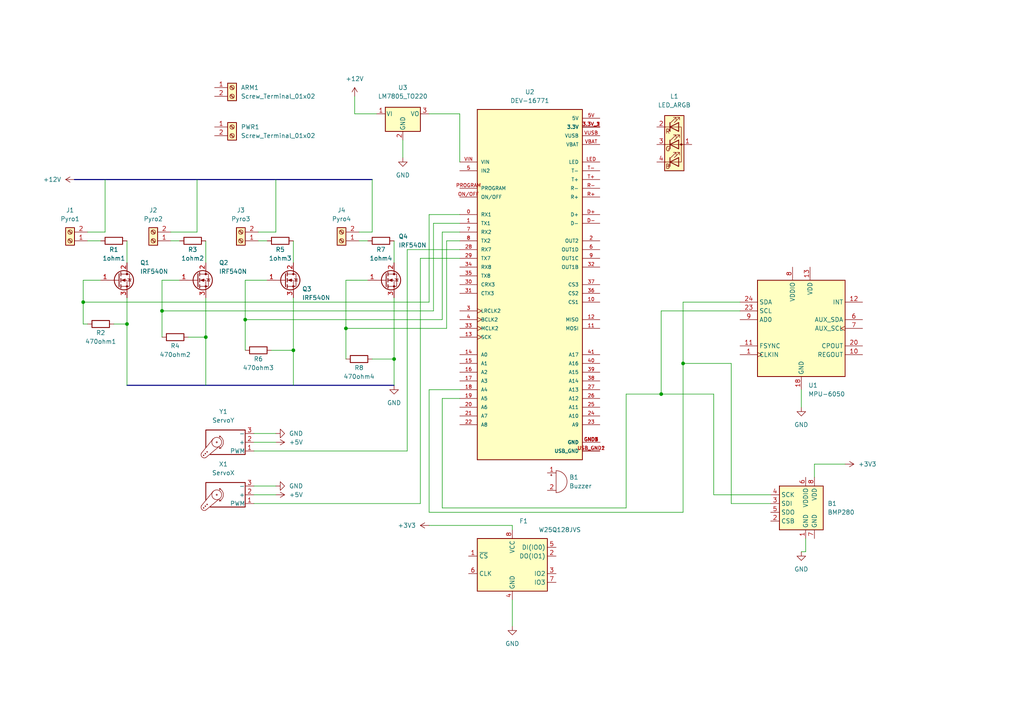
<source format=kicad_sch>
(kicad_sch (version 20211123) (generator eeschema)

  (uuid cc7836db-c5ae-4202-aefa-88d6d5c23e65)

  (paper "A4")

  (lib_symbols
    (symbol "Connector:Screw_Terminal_01x02" (pin_names (offset 1.016) hide) (in_bom yes) (on_board yes)
      (property "Reference" "J" (id 0) (at 0 2.54 0)
        (effects (font (size 1.27 1.27)))
      )
      (property "Value" "Screw_Terminal_01x02" (id 1) (at 0 -5.08 0)
        (effects (font (size 1.27 1.27)))
      )
      (property "Footprint" "" (id 2) (at 0 0 0)
        (effects (font (size 1.27 1.27)) hide)
      )
      (property "Datasheet" "~" (id 3) (at 0 0 0)
        (effects (font (size 1.27 1.27)) hide)
      )
      (property "ki_keywords" "screw terminal" (id 4) (at 0 0 0)
        (effects (font (size 1.27 1.27)) hide)
      )
      (property "ki_description" "Generic screw terminal, single row, 01x02, script generated (kicad-library-utils/schlib/autogen/connector/)" (id 5) (at 0 0 0)
        (effects (font (size 1.27 1.27)) hide)
      )
      (property "ki_fp_filters" "TerminalBlock*:*" (id 6) (at 0 0 0)
        (effects (font (size 1.27 1.27)) hide)
      )
      (symbol "Screw_Terminal_01x02_1_1"
        (rectangle (start -1.27 1.27) (end 1.27 -3.81)
          (stroke (width 0.254) (type default) (color 0 0 0 0))
          (fill (type background))
        )
        (circle (center 0 -2.54) (radius 0.635)
          (stroke (width 0.1524) (type default) (color 0 0 0 0))
          (fill (type none))
        )
        (polyline
          (pts
            (xy -0.5334 -2.2098)
            (xy 0.3302 -3.048)
          )
          (stroke (width 0.1524) (type default) (color 0 0 0 0))
          (fill (type none))
        )
        (polyline
          (pts
            (xy -0.5334 0.3302)
            (xy 0.3302 -0.508)
          )
          (stroke (width 0.1524) (type default) (color 0 0 0 0))
          (fill (type none))
        )
        (polyline
          (pts
            (xy -0.3556 -2.032)
            (xy 0.508 -2.8702)
          )
          (stroke (width 0.1524) (type default) (color 0 0 0 0))
          (fill (type none))
        )
        (polyline
          (pts
            (xy -0.3556 0.508)
            (xy 0.508 -0.3302)
          )
          (stroke (width 0.1524) (type default) (color 0 0 0 0))
          (fill (type none))
        )
        (circle (center 0 0) (radius 0.635)
          (stroke (width 0.1524) (type default) (color 0 0 0 0))
          (fill (type none))
        )
        (pin passive line (at -5.08 0 0) (length 3.81)
          (name "Pin_1" (effects (font (size 1.27 1.27))))
          (number "1" (effects (font (size 1.27 1.27))))
        )
        (pin passive line (at -5.08 -2.54 0) (length 3.81)
          (name "Pin_2" (effects (font (size 1.27 1.27))))
          (number "2" (effects (font (size 1.27 1.27))))
        )
      )
    )
    (symbol "Device:Buzzer" (pin_names (offset 0.0254) hide) (in_bom yes) (on_board yes)
      (property "Reference" "BZ" (id 0) (at 3.81 1.27 0)
        (effects (font (size 1.27 1.27)) (justify left))
      )
      (property "Value" "Buzzer" (id 1) (at 3.81 -1.27 0)
        (effects (font (size 1.27 1.27)) (justify left))
      )
      (property "Footprint" "" (id 2) (at -0.635 2.54 90)
        (effects (font (size 1.27 1.27)) hide)
      )
      (property "Datasheet" "~" (id 3) (at -0.635 2.54 90)
        (effects (font (size 1.27 1.27)) hide)
      )
      (property "ki_keywords" "quartz resonator ceramic" (id 4) (at 0 0 0)
        (effects (font (size 1.27 1.27)) hide)
      )
      (property "ki_description" "Buzzer, polarized" (id 5) (at 0 0 0)
        (effects (font (size 1.27 1.27)) hide)
      )
      (property "ki_fp_filters" "*Buzzer*" (id 6) (at 0 0 0)
        (effects (font (size 1.27 1.27)) hide)
      )
      (symbol "Buzzer_0_1"
        (arc (start 0 -3.175) (mid 3.175 0) (end 0 3.175)
          (stroke (width 0) (type default) (color 0 0 0 0))
          (fill (type none))
        )
        (polyline
          (pts
            (xy -1.651 1.905)
            (xy -1.143 1.905)
          )
          (stroke (width 0) (type default) (color 0 0 0 0))
          (fill (type none))
        )
        (polyline
          (pts
            (xy -1.397 2.159)
            (xy -1.397 1.651)
          )
          (stroke (width 0) (type default) (color 0 0 0 0))
          (fill (type none))
        )
        (polyline
          (pts
            (xy 0 3.175)
            (xy 0 -3.175)
          )
          (stroke (width 0) (type default) (color 0 0 0 0))
          (fill (type none))
        )
      )
      (symbol "Buzzer_1_1"
        (pin passive line (at -2.54 2.54 0) (length 2.54)
          (name "-" (effects (font (size 1.27 1.27))))
          (number "1" (effects (font (size 1.27 1.27))))
        )
        (pin passive line (at -2.54 -2.54 0) (length 2.54)
          (name "+" (effects (font (size 1.27 1.27))))
          (number "2" (effects (font (size 1.27 1.27))))
        )
      )
    )
    (symbol "Device:LED_ARGB" (pin_names (offset 0) hide) (in_bom yes) (on_board yes)
      (property "Reference" "D" (id 0) (at 0 9.398 0)
        (effects (font (size 1.27 1.27)))
      )
      (property "Value" "LED_ARGB" (id 1) (at 0 -8.89 0)
        (effects (font (size 1.27 1.27)))
      )
      (property "Footprint" "" (id 2) (at 0 -1.27 0)
        (effects (font (size 1.27 1.27)) hide)
      )
      (property "Datasheet" "~" (id 3) (at 0 -1.27 0)
        (effects (font (size 1.27 1.27)) hide)
      )
      (property "ki_keywords" "LED RGB diode" (id 4) (at 0 0 0)
        (effects (font (size 1.27 1.27)) hide)
      )
      (property "ki_description" "RGB LED, anode/red/green/blue" (id 5) (at 0 0 0)
        (effects (font (size 1.27 1.27)) hide)
      )
      (property "ki_fp_filters" "LED* LED_SMD:* LED_THT:*" (id 6) (at 0 0 0)
        (effects (font (size 1.27 1.27)) hide)
      )
      (symbol "LED_ARGB_0_0"
        (text "B" (at -1.905 -6.35 0)
          (effects (font (size 1.27 1.27)))
        )
        (text "G" (at -1.905 -1.27 0)
          (effects (font (size 1.27 1.27)))
        )
        (text "R" (at -1.905 3.81 0)
          (effects (font (size 1.27 1.27)))
        )
      )
      (symbol "LED_ARGB_0_1"
        (polyline
          (pts
            (xy -1.27 -5.08)
            (xy -2.54 -5.08)
          )
          (stroke (width 0) (type default) (color 0 0 0 0))
          (fill (type none))
        )
        (polyline
          (pts
            (xy -1.27 -5.08)
            (xy 1.27 -5.08)
          )
          (stroke (width 0) (type default) (color 0 0 0 0))
          (fill (type none))
        )
        (polyline
          (pts
            (xy -1.27 -3.81)
            (xy -1.27 -6.35)
          )
          (stroke (width 0.254) (type default) (color 0 0 0 0))
          (fill (type none))
        )
        (polyline
          (pts
            (xy -1.27 0)
            (xy -2.54 0)
          )
          (stroke (width 0) (type default) (color 0 0 0 0))
          (fill (type none))
        )
        (polyline
          (pts
            (xy -1.27 1.27)
            (xy -1.27 -1.27)
          )
          (stroke (width 0.254) (type default) (color 0 0 0 0))
          (fill (type none))
        )
        (polyline
          (pts
            (xy -1.27 5.08)
            (xy -2.54 5.08)
          )
          (stroke (width 0) (type default) (color 0 0 0 0))
          (fill (type none))
        )
        (polyline
          (pts
            (xy -1.27 5.08)
            (xy 1.27 5.08)
          )
          (stroke (width 0) (type default) (color 0 0 0 0))
          (fill (type none))
        )
        (polyline
          (pts
            (xy -1.27 6.35)
            (xy -1.27 3.81)
          )
          (stroke (width 0.254) (type default) (color 0 0 0 0))
          (fill (type none))
        )
        (polyline
          (pts
            (xy 1.27 0)
            (xy -1.27 0)
          )
          (stroke (width 0) (type default) (color 0 0 0 0))
          (fill (type none))
        )
        (polyline
          (pts
            (xy 1.27 0)
            (xy 2.54 0)
          )
          (stroke (width 0) (type default) (color 0 0 0 0))
          (fill (type none))
        )
        (polyline
          (pts
            (xy -1.27 1.27)
            (xy -1.27 -1.27)
            (xy -1.27 -1.27)
          )
          (stroke (width 0) (type default) (color 0 0 0 0))
          (fill (type none))
        )
        (polyline
          (pts
            (xy -1.27 6.35)
            (xy -1.27 3.81)
            (xy -1.27 3.81)
          )
          (stroke (width 0) (type default) (color 0 0 0 0))
          (fill (type none))
        )
        (polyline
          (pts
            (xy 1.27 -5.08)
            (xy 2.032 -5.08)
            (xy 2.032 5.08)
            (xy 1.27 5.08)
          )
          (stroke (width 0) (type default) (color 0 0 0 0))
          (fill (type none))
        )
        (polyline
          (pts
            (xy 1.27 -3.81)
            (xy 1.27 -6.35)
            (xy -1.27 -5.08)
            (xy 1.27 -3.81)
          )
          (stroke (width 0.254) (type default) (color 0 0 0 0))
          (fill (type none))
        )
        (polyline
          (pts
            (xy 1.27 1.27)
            (xy 1.27 -1.27)
            (xy -1.27 0)
            (xy 1.27 1.27)
          )
          (stroke (width 0.254) (type default) (color 0 0 0 0))
          (fill (type none))
        )
        (polyline
          (pts
            (xy 1.27 6.35)
            (xy 1.27 3.81)
            (xy -1.27 5.08)
            (xy 1.27 6.35)
          )
          (stroke (width 0.254) (type default) (color 0 0 0 0))
          (fill (type none))
        )
        (polyline
          (pts
            (xy -1.016 -3.81)
            (xy 0.508 -2.286)
            (xy -0.254 -2.286)
            (xy 0.508 -2.286)
            (xy 0.508 -3.048)
          )
          (stroke (width 0) (type default) (color 0 0 0 0))
          (fill (type none))
        )
        (polyline
          (pts
            (xy -1.016 1.27)
            (xy 0.508 2.794)
            (xy -0.254 2.794)
            (xy 0.508 2.794)
            (xy 0.508 2.032)
          )
          (stroke (width 0) (type default) (color 0 0 0 0))
          (fill (type none))
        )
        (polyline
          (pts
            (xy -1.016 6.35)
            (xy 0.508 7.874)
            (xy -0.254 7.874)
            (xy 0.508 7.874)
            (xy 0.508 7.112)
          )
          (stroke (width 0) (type default) (color 0 0 0 0))
          (fill (type none))
        )
        (polyline
          (pts
            (xy 0 -3.81)
            (xy 1.524 -2.286)
            (xy 0.762 -2.286)
            (xy 1.524 -2.286)
            (xy 1.524 -3.048)
          )
          (stroke (width 0) (type default) (color 0 0 0 0))
          (fill (type none))
        )
        (polyline
          (pts
            (xy 0 1.27)
            (xy 1.524 2.794)
            (xy 0.762 2.794)
            (xy 1.524 2.794)
            (xy 1.524 2.032)
          )
          (stroke (width 0) (type default) (color 0 0 0 0))
          (fill (type none))
        )
        (polyline
          (pts
            (xy 0 6.35)
            (xy 1.524 7.874)
            (xy 0.762 7.874)
            (xy 1.524 7.874)
            (xy 1.524 7.112)
          )
          (stroke (width 0) (type default) (color 0 0 0 0))
          (fill (type none))
        )
        (rectangle (start 1.27 -1.27) (end 1.27 1.27)
          (stroke (width 0) (type default) (color 0 0 0 0))
          (fill (type none))
        )
        (rectangle (start 1.27 1.27) (end 1.27 1.27)
          (stroke (width 0) (type default) (color 0 0 0 0))
          (fill (type none))
        )
        (rectangle (start 1.27 3.81) (end 1.27 6.35)
          (stroke (width 0) (type default) (color 0 0 0 0))
          (fill (type none))
        )
        (rectangle (start 1.27 6.35) (end 1.27 6.35)
          (stroke (width 0) (type default) (color 0 0 0 0))
          (fill (type none))
        )
        (circle (center 2.032 0) (radius 0.254)
          (stroke (width 0) (type default) (color 0 0 0 0))
          (fill (type outline))
        )
        (rectangle (start 2.794 8.382) (end -2.794 -7.62)
          (stroke (width 0.254) (type default) (color 0 0 0 0))
          (fill (type background))
        )
      )
      (symbol "LED_ARGB_1_1"
        (pin passive line (at 5.08 0 180) (length 2.54)
          (name "A" (effects (font (size 1.27 1.27))))
          (number "1" (effects (font (size 1.27 1.27))))
        )
        (pin passive line (at -5.08 5.08 0) (length 2.54)
          (name "RK" (effects (font (size 1.27 1.27))))
          (number "2" (effects (font (size 1.27 1.27))))
        )
        (pin passive line (at -5.08 0 0) (length 2.54)
          (name "GK" (effects (font (size 1.27 1.27))))
          (number "3" (effects (font (size 1.27 1.27))))
        )
        (pin passive line (at -5.08 -5.08 0) (length 2.54)
          (name "BK" (effects (font (size 1.27 1.27))))
          (number "4" (effects (font (size 1.27 1.27))))
        )
      )
    )
    (symbol "Device:R" (pin_numbers hide) (pin_names (offset 0)) (in_bom yes) (on_board yes)
      (property "Reference" "R" (id 0) (at 2.032 0 90)
        (effects (font (size 1.27 1.27)))
      )
      (property "Value" "R" (id 1) (at 0 0 90)
        (effects (font (size 1.27 1.27)))
      )
      (property "Footprint" "" (id 2) (at -1.778 0 90)
        (effects (font (size 1.27 1.27)) hide)
      )
      (property "Datasheet" "~" (id 3) (at 0 0 0)
        (effects (font (size 1.27 1.27)) hide)
      )
      (property "ki_keywords" "R res resistor" (id 4) (at 0 0 0)
        (effects (font (size 1.27 1.27)) hide)
      )
      (property "ki_description" "Resistor" (id 5) (at 0 0 0)
        (effects (font (size 1.27 1.27)) hide)
      )
      (property "ki_fp_filters" "R_*" (id 6) (at 0 0 0)
        (effects (font (size 1.27 1.27)) hide)
      )
      (symbol "R_0_1"
        (rectangle (start -1.016 -2.54) (end 1.016 2.54)
          (stroke (width 0.254) (type default) (color 0 0 0 0))
          (fill (type none))
        )
      )
      (symbol "R_1_1"
        (pin passive line (at 0 3.81 270) (length 1.27)
          (name "~" (effects (font (size 1.27 1.27))))
          (number "1" (effects (font (size 1.27 1.27))))
        )
        (pin passive line (at 0 -3.81 90) (length 1.27)
          (name "~" (effects (font (size 1.27 1.27))))
          (number "2" (effects (font (size 1.27 1.27))))
        )
      )
    )
    (symbol "Memory_Flash:W25Q128JVS" (in_bom yes) (on_board yes)
      (property "Reference" "U" (id 0) (at -8.89 8.89 0)
        (effects (font (size 1.27 1.27)))
      )
      (property "Value" "W25Q128JVS" (id 1) (at 7.62 8.89 0)
        (effects (font (size 1.27 1.27)))
      )
      (property "Footprint" "Package_SO:SOIC-8_5.23x5.23mm_P1.27mm" (id 2) (at 0 0 0)
        (effects (font (size 1.27 1.27)) hide)
      )
      (property "Datasheet" "http://www.winbond.com/resource-files/w25q128jv_dtr%20revc%2003272018%20plus.pdf" (id 3) (at 0 0 0)
        (effects (font (size 1.27 1.27)) hide)
      )
      (property "ki_keywords" "flash memory SPI QPI DTR" (id 4) (at 0 0 0)
        (effects (font (size 1.27 1.27)) hide)
      )
      (property "ki_description" "128Mb Serial Flash Memory, Standard/Dual/Quad SPI, SOIC-8" (id 5) (at 0 0 0)
        (effects (font (size 1.27 1.27)) hide)
      )
      (property "ki_fp_filters" "SOIC*5.23x5.23mm*P1.27mm*" (id 6) (at 0 0 0)
        (effects (font (size 1.27 1.27)) hide)
      )
      (symbol "W25Q128JVS_0_1"
        (rectangle (start -10.16 7.62) (end 10.16 -7.62)
          (stroke (width 0.254) (type default) (color 0 0 0 0))
          (fill (type background))
        )
      )
      (symbol "W25Q128JVS_1_1"
        (pin input line (at -12.7 2.54 0) (length 2.54)
          (name "~{CS}" (effects (font (size 1.27 1.27))))
          (number "1" (effects (font (size 1.27 1.27))))
        )
        (pin bidirectional line (at 12.7 2.54 180) (length 2.54)
          (name "DO(IO1)" (effects (font (size 1.27 1.27))))
          (number "2" (effects (font (size 1.27 1.27))))
        )
        (pin bidirectional line (at 12.7 -2.54 180) (length 2.54)
          (name "IO2" (effects (font (size 1.27 1.27))))
          (number "3" (effects (font (size 1.27 1.27))))
        )
        (pin power_in line (at 0 -10.16 90) (length 2.54)
          (name "GND" (effects (font (size 1.27 1.27))))
          (number "4" (effects (font (size 1.27 1.27))))
        )
        (pin bidirectional line (at 12.7 5.08 180) (length 2.54)
          (name "DI(IO0)" (effects (font (size 1.27 1.27))))
          (number "5" (effects (font (size 1.27 1.27))))
        )
        (pin input line (at -12.7 -2.54 0) (length 2.54)
          (name "CLK" (effects (font (size 1.27 1.27))))
          (number "6" (effects (font (size 1.27 1.27))))
        )
        (pin bidirectional line (at 12.7 -5.08 180) (length 2.54)
          (name "IO3" (effects (font (size 1.27 1.27))))
          (number "7" (effects (font (size 1.27 1.27))))
        )
        (pin power_in line (at 0 10.16 270) (length 2.54)
          (name "VCC" (effects (font (size 1.27 1.27))))
          (number "8" (effects (font (size 1.27 1.27))))
        )
      )
    )
    (symbol "Motor:Motor_Servo" (pin_names (offset 0.0254)) (in_bom yes) (on_board yes)
      (property "Reference" "M" (id 0) (at -5.08 4.445 0)
        (effects (font (size 1.27 1.27)) (justify left))
      )
      (property "Value" "Motor_Servo" (id 1) (at -5.08 -4.064 0)
        (effects (font (size 1.27 1.27)) (justify left top))
      )
      (property "Footprint" "" (id 2) (at 0 -4.826 0)
        (effects (font (size 1.27 1.27)) hide)
      )
      (property "Datasheet" "http://forums.parallax.com/uploads/attachments/46831/74481.png" (id 3) (at 0 -4.826 0)
        (effects (font (size 1.27 1.27)) hide)
      )
      (property "ki_keywords" "Servo Motor" (id 4) (at 0 0 0)
        (effects (font (size 1.27 1.27)) hide)
      )
      (property "ki_description" "Servo Motor (Futaba, HiTec, JR connector)" (id 5) (at 0 0 0)
        (effects (font (size 1.27 1.27)) hide)
      )
      (property "ki_fp_filters" "PinHeader*P2.54mm*" (id 6) (at 0 0 0)
        (effects (font (size 1.27 1.27)) hide)
      )
      (symbol "Motor_Servo_0_1"
        (polyline
          (pts
            (xy 2.413 -1.778)
            (xy 2.032 -1.778)
          )
          (stroke (width 0) (type default) (color 0 0 0 0))
          (fill (type none))
        )
        (polyline
          (pts
            (xy 2.413 -1.778)
            (xy 2.286 -1.397)
          )
          (stroke (width 0) (type default) (color 0 0 0 0))
          (fill (type none))
        )
        (polyline
          (pts
            (xy 2.413 1.778)
            (xy 1.905 1.778)
          )
          (stroke (width 0) (type default) (color 0 0 0 0))
          (fill (type none))
        )
        (polyline
          (pts
            (xy 2.413 1.778)
            (xy 2.286 1.397)
          )
          (stroke (width 0) (type default) (color 0 0 0 0))
          (fill (type none))
        )
        (polyline
          (pts
            (xy 6.35 4.445)
            (xy 2.54 1.27)
          )
          (stroke (width 0) (type default) (color 0 0 0 0))
          (fill (type none))
        )
        (polyline
          (pts
            (xy 7.62 3.175)
            (xy 4.191 -1.016)
          )
          (stroke (width 0) (type default) (color 0 0 0 0))
          (fill (type none))
        )
        (polyline
          (pts
            (xy 5.08 3.556)
            (xy -5.08 3.556)
            (xy -5.08 -3.556)
            (xy 6.35 -3.556)
            (xy 6.35 1.524)
          )
          (stroke (width 0.254) (type default) (color 0 0 0 0))
          (fill (type none))
        )
        (arc (start 2.413 1.778) (mid 1.2406 0) (end 2.413 -1.778)
          (stroke (width 0) (type default) (color 0 0 0 0))
          (fill (type none))
        )
        (circle (center 3.175 0) (radius 0.1778)
          (stroke (width 0) (type default) (color 0 0 0 0))
          (fill (type none))
        )
        (circle (center 3.175 0) (radius 1.4224)
          (stroke (width 0) (type default) (color 0 0 0 0))
          (fill (type none))
        )
        (circle (center 5.969 2.794) (radius 0.127)
          (stroke (width 0) (type default) (color 0 0 0 0))
          (fill (type none))
        )
        (circle (center 6.477 3.302) (radius 0.127)
          (stroke (width 0) (type default) (color 0 0 0 0))
          (fill (type none))
        )
        (circle (center 6.985 3.81) (radius 0.127)
          (stroke (width 0) (type default) (color 0 0 0 0))
          (fill (type none))
        )
        (arc (start 7.62 3.175) (mid 7.4485 4.2735) (end 6.35 4.445)
          (stroke (width 0) (type default) (color 0 0 0 0))
          (fill (type none))
        )
      )
      (symbol "Motor_Servo_1_1"
        (pin passive line (at -7.62 2.54 0) (length 2.54)
          (name "PWM" (effects (font (size 1.27 1.27))))
          (number "1" (effects (font (size 1.27 1.27))))
        )
        (pin passive line (at -7.62 0 0) (length 2.54)
          (name "+" (effects (font (size 1.27 1.27))))
          (number "2" (effects (font (size 1.27 1.27))))
        )
        (pin passive line (at -7.62 -2.54 0) (length 2.54)
          (name "-" (effects (font (size 1.27 1.27))))
          (number "3" (effects (font (size 1.27 1.27))))
        )
      )
    )
    (symbol "Regulator_Linear:LM7805_TO220" (pin_names (offset 0.254)) (in_bom yes) (on_board yes)
      (property "Reference" "U" (id 0) (at -3.81 3.175 0)
        (effects (font (size 1.27 1.27)))
      )
      (property "Value" "LM7805_TO220" (id 1) (at 0 3.175 0)
        (effects (font (size 1.27 1.27)) (justify left))
      )
      (property "Footprint" "Package_TO_SOT_THT:TO-220-3_Vertical" (id 2) (at 0 5.715 0)
        (effects (font (size 1.27 1.27) italic) hide)
      )
      (property "Datasheet" "https://www.onsemi.cn/PowerSolutions/document/MC7800-D.PDF" (id 3) (at 0 -1.27 0)
        (effects (font (size 1.27 1.27)) hide)
      )
      (property "ki_keywords" "Voltage Regulator 1A Positive" (id 4) (at 0 0 0)
        (effects (font (size 1.27 1.27)) hide)
      )
      (property "ki_description" "Positive 1A 35V Linear Regulator, Fixed Output 5V, TO-220" (id 5) (at 0 0 0)
        (effects (font (size 1.27 1.27)) hide)
      )
      (property "ki_fp_filters" "TO?220*" (id 6) (at 0 0 0)
        (effects (font (size 1.27 1.27)) hide)
      )
      (symbol "LM7805_TO220_0_1"
        (rectangle (start -5.08 1.905) (end 5.08 -5.08)
          (stroke (width 0.254) (type default) (color 0 0 0 0))
          (fill (type background))
        )
      )
      (symbol "LM7805_TO220_1_1"
        (pin power_in line (at -7.62 0 0) (length 2.54)
          (name "VI" (effects (font (size 1.27 1.27))))
          (number "1" (effects (font (size 1.27 1.27))))
        )
        (pin power_in line (at 0 -7.62 90) (length 2.54)
          (name "GND" (effects (font (size 1.27 1.27))))
          (number "2" (effects (font (size 1.27 1.27))))
        )
        (pin power_out line (at 7.62 0 180) (length 2.54)
          (name "VO" (effects (font (size 1.27 1.27))))
          (number "3" (effects (font (size 1.27 1.27))))
        )
      )
    )
    (symbol "Sensor_Motion:MPU-6050" (in_bom yes) (on_board yes)
      (property "Reference" "U" (id 0) (at -11.43 13.97 0)
        (effects (font (size 1.27 1.27)))
      )
      (property "Value" "MPU-6050" (id 1) (at 7.62 -15.24 0)
        (effects (font (size 1.27 1.27)))
      )
      (property "Footprint" "Sensor_Motion:InvenSense_QFN-24_4x4mm_P0.5mm" (id 2) (at 0 -20.32 0)
        (effects (font (size 1.27 1.27)) hide)
      )
      (property "Datasheet" "https://store.invensense.com/datasheets/invensense/MPU-6050_DataSheet_V3%204.pdf" (id 3) (at 0 -3.81 0)
        (effects (font (size 1.27 1.27)) hide)
      )
      (property "ki_keywords" "mems" (id 4) (at 0 0 0)
        (effects (font (size 1.27 1.27)) hide)
      )
      (property "ki_description" "InvenSense 6-Axis Motion Sensor, Gyroscope, Accelerometer, I2C" (id 5) (at 0 0 0)
        (effects (font (size 1.27 1.27)) hide)
      )
      (property "ki_fp_filters" "*QFN*4x4mm*P0.5mm*" (id 6) (at 0 0 0)
        (effects (font (size 1.27 1.27)) hide)
      )
      (symbol "MPU-6050_0_0"
        (text "" (at 12.7 -2.54 0)
          (effects (font (size 1.27 1.27)))
        )
      )
      (symbol "MPU-6050_0_1"
        (rectangle (start -12.7 13.97) (end 12.7 -13.97)
          (stroke (width 0.254) (type default) (color 0 0 0 0))
          (fill (type background))
        )
      )
      (symbol "MPU-6050_1_1"
        (pin input clock (at -17.78 -7.62 0) (length 5.08)
          (name "CLKIN" (effects (font (size 1.27 1.27))))
          (number "1" (effects (font (size 1.27 1.27))))
        )
        (pin passive line (at 17.78 -7.62 180) (length 5.08)
          (name "REGOUT" (effects (font (size 1.27 1.27))))
          (number "10" (effects (font (size 1.27 1.27))))
        )
        (pin input line (at -17.78 -5.08 0) (length 5.08)
          (name "FSYNC" (effects (font (size 1.27 1.27))))
          (number "11" (effects (font (size 1.27 1.27))))
        )
        (pin output line (at 17.78 7.62 180) (length 5.08)
          (name "INT" (effects (font (size 1.27 1.27))))
          (number "12" (effects (font (size 1.27 1.27))))
        )
        (pin power_in line (at 2.54 17.78 270) (length 3.81)
          (name "VDD" (effects (font (size 1.27 1.27))))
          (number "13" (effects (font (size 1.27 1.27))))
        )
        (pin no_connect line (at -12.7 -10.16 0) (length 2.54) hide
          (name "NC" (effects (font (size 1.27 1.27))))
          (number "14" (effects (font (size 1.27 1.27))))
        )
        (pin no_connect line (at 12.7 12.7 180) (length 2.54) hide
          (name "NC" (effects (font (size 1.27 1.27))))
          (number "15" (effects (font (size 1.27 1.27))))
        )
        (pin no_connect line (at 12.7 10.16 180) (length 2.54) hide
          (name "NC" (effects (font (size 1.27 1.27))))
          (number "16" (effects (font (size 1.27 1.27))))
        )
        (pin no_connect line (at 12.7 5.08 180) (length 2.54) hide
          (name "NC" (effects (font (size 1.27 1.27))))
          (number "17" (effects (font (size 1.27 1.27))))
        )
        (pin power_in line (at 0 -17.78 90) (length 3.81)
          (name "GND" (effects (font (size 1.27 1.27))))
          (number "18" (effects (font (size 1.27 1.27))))
        )
        (pin no_connect line (at 12.7 -10.16 180) (length 2.54) hide
          (name "NC" (effects (font (size 1.27 1.27))))
          (number "19" (effects (font (size 1.27 1.27))))
        )
        (pin no_connect line (at -12.7 12.7 0) (length 2.54) hide
          (name "NC" (effects (font (size 1.27 1.27))))
          (number "2" (effects (font (size 1.27 1.27))))
        )
        (pin passive line (at 17.78 -5.08 180) (length 5.08)
          (name "CPOUT" (effects (font (size 1.27 1.27))))
          (number "20" (effects (font (size 1.27 1.27))))
        )
        (pin no_connect line (at 12.7 -2.54 180) (length 2.54) hide
          (name "NC" (effects (font (size 1.27 1.27))))
          (number "21" (effects (font (size 1.27 1.27))))
        )
        (pin no_connect line (at 12.7 -12.7 180) (length 2.54) hide
          (name "NC" (effects (font (size 1.27 1.27))))
          (number "22" (effects (font (size 1.27 1.27))))
        )
        (pin input line (at -17.78 5.08 0) (length 5.08)
          (name "SCL" (effects (font (size 1.27 1.27))))
          (number "23" (effects (font (size 1.27 1.27))))
        )
        (pin bidirectional line (at -17.78 7.62 0) (length 5.08)
          (name "SDA" (effects (font (size 1.27 1.27))))
          (number "24" (effects (font (size 1.27 1.27))))
        )
        (pin no_connect line (at -12.7 10.16 0) (length 2.54) hide
          (name "NC" (effects (font (size 1.27 1.27))))
          (number "3" (effects (font (size 1.27 1.27))))
        )
        (pin no_connect line (at -12.7 0 0) (length 2.54) hide
          (name "NC" (effects (font (size 1.27 1.27))))
          (number "4" (effects (font (size 1.27 1.27))))
        )
        (pin no_connect line (at -12.7 -2.54 0) (length 2.54) hide
          (name "NC" (effects (font (size 1.27 1.27))))
          (number "5" (effects (font (size 1.27 1.27))))
        )
        (pin bidirectional line (at 17.78 2.54 180) (length 5.08)
          (name "AUX_SDA" (effects (font (size 1.27 1.27))))
          (number "6" (effects (font (size 1.27 1.27))))
        )
        (pin output clock (at 17.78 0 180) (length 5.08)
          (name "AUX_SCL" (effects (font (size 1.27 1.27))))
          (number "7" (effects (font (size 1.27 1.27))))
        )
        (pin power_in line (at -2.54 17.78 270) (length 3.81)
          (name "VDDIO" (effects (font (size 1.27 1.27))))
          (number "8" (effects (font (size 1.27 1.27))))
        )
        (pin input line (at -17.78 2.54 0) (length 5.08)
          (name "AD0" (effects (font (size 1.27 1.27))))
          (number "9" (effects (font (size 1.27 1.27))))
        )
      )
    )
    (symbol "Sensor_Pressure:BMP280" (in_bom yes) (on_board yes)
      (property "Reference" "U" (id 0) (at -7.62 10.16 0)
        (effects (font (size 1.27 1.27)) (justify left top))
      )
      (property "Value" "BMP280" (id 1) (at 5.08 10.16 0)
        (effects (font (size 1.27 1.27)) (justify left top))
      )
      (property "Footprint" "Package_LGA:Bosch_LGA-8_2x2.5mm_P0.65mm_ClockwisePinNumbering" (id 2) (at 0 -17.78 0)
        (effects (font (size 1.27 1.27)) hide)
      )
      (property "Datasheet" "https://ae-bst.resource.bosch.com/media/_tech/media/datasheets/BST-BMP280-DS001.pdf" (id 3) (at 0 0 0)
        (effects (font (size 1.27 1.27)) hide)
      )
      (property "ki_keywords" "I2C, SPI, pressure, temperature, sensor" (id 4) (at 0 0 0)
        (effects (font (size 1.27 1.27)) hide)
      )
      (property "ki_description" "Absolute Barometric Pressure Sensor, LGA-8" (id 5) (at 0 0 0)
        (effects (font (size 1.27 1.27)) hide)
      )
      (property "ki_fp_filters" "Bosch*LGA*2x2.5mm*P0.65mm*" (id 6) (at 0 0 0)
        (effects (font (size 1.27 1.27)) hide)
      )
      (symbol "BMP280_0_1"
        (rectangle (start -7.62 -5.08) (end 5.08 7.62)
          (stroke (width 0.254) (type default) (color 0 0 0 0))
          (fill (type background))
        )
      )
      (symbol "BMP280_1_1"
        (pin power_in line (at 0 -7.62 90) (length 2.54)
          (name "GND" (effects (font (size 1.27 1.27))))
          (number "1" (effects (font (size 1.27 1.27))))
        )
        (pin input line (at -10.16 -2.54 0) (length 2.54)
          (name "CSB" (effects (font (size 1.27 1.27))))
          (number "2" (effects (font (size 1.27 1.27))))
        )
        (pin bidirectional line (at -10.16 2.54 0) (length 2.54)
          (name "SDI" (effects (font (size 1.27 1.27))))
          (number "3" (effects (font (size 1.27 1.27))))
        )
        (pin input line (at -10.16 5.08 0) (length 2.54)
          (name "SCK" (effects (font (size 1.27 1.27))))
          (number "4" (effects (font (size 1.27 1.27))))
        )
        (pin bidirectional line (at -10.16 0 0) (length 2.54)
          (name "SDO" (effects (font (size 1.27 1.27))))
          (number "5" (effects (font (size 1.27 1.27))))
        )
        (pin power_in line (at 0 10.16 270) (length 2.54)
          (name "VDDIO" (effects (font (size 1.27 1.27))))
          (number "6" (effects (font (size 1.27 1.27))))
        )
        (pin power_in line (at 2.54 -7.62 90) (length 2.54)
          (name "GND" (effects (font (size 1.27 1.27))))
          (number "7" (effects (font (size 1.27 1.27))))
        )
        (pin power_in line (at 2.54 10.16 270) (length 2.54)
          (name "VDD" (effects (font (size 1.27 1.27))))
          (number "8" (effects (font (size 1.27 1.27))))
        )
      )
    )
    (symbol "Teensy 4.1:DEV-16771" (pin_names (offset 1.016)) (in_bom yes) (on_board yes)
      (property "Reference" "U" (id 0) (at -15.24 52.07 0)
        (effects (font (size 1.27 1.27)) (justify left bottom))
      )
      (property "Value" "DEV-16771" (id 1) (at -15.24 -53.34 0)
        (effects (font (size 1.27 1.27)) (justify left bottom))
      )
      (property "Footprint" "DEV-16771:MODULE_DEV-16771" (id 2) (at 0 0 0)
        (effects (font (size 1.27 1.27)) (justify bottom) hide)
      )
      (property "Datasheet" "" (id 3) (at 0 0 0)
        (effects (font (size 1.27 1.27)) hide)
      )
      (property "MF" "SparkFun Electronics" (id 4) (at 0 0 0)
        (effects (font (size 1.27 1.27)) (justify bottom) hide)
      )
      (property "MAXIMUM_PACKAGE_HEIGHT" "4.07mm" (id 5) (at 0 0 0)
        (effects (font (size 1.27 1.27)) (justify bottom) hide)
      )
      (property "Package" "None" (id 6) (at 0 0 0)
        (effects (font (size 1.27 1.27)) (justify bottom) hide)
      )
      (property "Price" "None" (id 7) (at 0 0 0)
        (effects (font (size 1.27 1.27)) (justify bottom) hide)
      )
      (property "Check_prices" "https://www.snapeda.com/parts/DEV-16771/SparkFun+Electronics/view-part/?ref=eda" (id 8) (at 0 0 0)
        (effects (font (size 1.27 1.27)) (justify bottom) hide)
      )
      (property "STANDARD" "Manufacturer recommendations" (id 9) (at 0 0 0)
        (effects (font (size 1.27 1.27)) (justify bottom) hide)
      )
      (property "PARTREV" "4.1" (id 10) (at 0 0 0)
        (effects (font (size 1.27 1.27)) (justify bottom) hide)
      )
      (property "SnapEDA_Link" "https://www.snapeda.com/parts/DEV-16771/SparkFun+Electronics/view-part/?ref=snap" (id 11) (at 0 0 0)
        (effects (font (size 1.27 1.27)) (justify bottom) hide)
      )
      (property "MP" "DEV-16771" (id 12) (at 0 0 0)
        (effects (font (size 1.27 1.27)) (justify bottom) hide)
      )
      (property "Purchase-URL" "https://www.snapeda.com/api/url_track_click_mouser/?unipart_id=4833875&manufacturer=SparkFun Electronics&part_name=DEV-16771&search_term=None" (id 13) (at 0 0 0)
        (effects (font (size 1.27 1.27)) (justify bottom) hide)
      )
      (property "Description" "\nRT1062 Teensy 4.1 series ARM® Cortex®-M7 MPU Embedded Evaluation Board\n" (id 14) (at 0 0 0)
        (effects (font (size 1.27 1.27)) (justify bottom) hide)
      )
      (property "Availability" "In Stock" (id 15) (at 0 0 0)
        (effects (font (size 1.27 1.27)) (justify bottom) hide)
      )
      (property "MANUFACTURER" "SparkFun Electronics" (id 16) (at 0 0 0)
        (effects (font (size 1.27 1.27)) (justify bottom) hide)
      )
      (symbol "DEV-16771_0_0"
        (rectangle (start -15.24 -50.8) (end 15.24 50.8)
          (stroke (width 0.254) (type default) (color 0 0 0 0))
          (fill (type background))
        )
        (pin bidirectional line (at -20.32 20.32 0) (length 5.08)
          (name "RX1" (effects (font (size 1.016 1.016))))
          (number "0" (effects (font (size 1.016 1.016))))
        )
        (pin bidirectional line (at -20.32 17.78 0) (length 5.08)
          (name "TX1" (effects (font (size 1.016 1.016))))
          (number "1" (effects (font (size 1.016 1.016))))
        )
        (pin bidirectional line (at 20.32 -5.08 180) (length 5.08)
          (name "CS1" (effects (font (size 1.016 1.016))))
          (number "10" (effects (font (size 1.016 1.016))))
        )
        (pin bidirectional line (at 20.32 -12.7 180) (length 5.08)
          (name "MOSI" (effects (font (size 1.016 1.016))))
          (number "11" (effects (font (size 1.016 1.016))))
        )
        (pin bidirectional line (at 20.32 -10.16 180) (length 5.08)
          (name "MISO" (effects (font (size 1.016 1.016))))
          (number "12" (effects (font (size 1.016 1.016))))
        )
        (pin bidirectional clock (at -20.32 -15.24 0) (length 5.08)
          (name "SCK" (effects (font (size 1.016 1.016))))
          (number "13" (effects (font (size 1.016 1.016))))
        )
        (pin bidirectional line (at -20.32 -20.32 0) (length 5.08)
          (name "A0" (effects (font (size 1.016 1.016))))
          (number "14" (effects (font (size 1.016 1.016))))
        )
        (pin bidirectional line (at -20.32 -22.86 0) (length 5.08)
          (name "A1" (effects (font (size 1.016 1.016))))
          (number "15" (effects (font (size 1.016 1.016))))
        )
        (pin bidirectional line (at -20.32 -25.4 0) (length 5.08)
          (name "A2" (effects (font (size 1.016 1.016))))
          (number "16" (effects (font (size 1.016 1.016))))
        )
        (pin bidirectional line (at -20.32 -27.94 0) (length 5.08)
          (name "A3" (effects (font (size 1.016 1.016))))
          (number "17" (effects (font (size 1.016 1.016))))
        )
        (pin bidirectional line (at -20.32 -30.48 0) (length 5.08)
          (name "A4" (effects (font (size 1.016 1.016))))
          (number "18" (effects (font (size 1.016 1.016))))
        )
        (pin bidirectional line (at -20.32 -33.02 0) (length 5.08)
          (name "A5" (effects (font (size 1.016 1.016))))
          (number "19" (effects (font (size 1.016 1.016))))
        )
        (pin output line (at 20.32 12.7 180) (length 5.08)
          (name "OUT2" (effects (font (size 1.016 1.016))))
          (number "2" (effects (font (size 1.016 1.016))))
        )
        (pin bidirectional line (at -20.32 -35.56 0) (length 5.08)
          (name "A6" (effects (font (size 1.016 1.016))))
          (number "20" (effects (font (size 1.016 1.016))))
        )
        (pin bidirectional line (at -20.32 -38.1 0) (length 5.08)
          (name "A7" (effects (font (size 1.016 1.016))))
          (number "21" (effects (font (size 1.016 1.016))))
        )
        (pin bidirectional line (at -20.32 -40.64 0) (length 5.08)
          (name "A8" (effects (font (size 1.016 1.016))))
          (number "22" (effects (font (size 1.016 1.016))))
        )
        (pin bidirectional line (at 20.32 -40.64 180) (length 5.08)
          (name "A9" (effects (font (size 1.016 1.016))))
          (number "23" (effects (font (size 1.016 1.016))))
        )
        (pin bidirectional line (at 20.32 -38.1 180) (length 5.08)
          (name "A10" (effects (font (size 1.016 1.016))))
          (number "24" (effects (font (size 1.016 1.016))))
        )
        (pin bidirectional line (at 20.32 -35.56 180) (length 5.08)
          (name "A11" (effects (font (size 1.016 1.016))))
          (number "25" (effects (font (size 1.016 1.016))))
        )
        (pin bidirectional line (at 20.32 -33.02 180) (length 5.08)
          (name "A12" (effects (font (size 1.016 1.016))))
          (number "26" (effects (font (size 1.016 1.016))))
        )
        (pin bidirectional line (at 20.32 -30.48 180) (length 5.08)
          (name "A13" (effects (font (size 1.016 1.016))))
          (number "27" (effects (font (size 1.016 1.016))))
        )
        (pin bidirectional line (at -20.32 10.16 0) (length 5.08)
          (name "RX7" (effects (font (size 1.016 1.016))))
          (number "28" (effects (font (size 1.016 1.016))))
        )
        (pin bidirectional line (at -20.32 7.62 0) (length 5.08)
          (name "TX7" (effects (font (size 1.016 1.016))))
          (number "29" (effects (font (size 1.016 1.016))))
        )
        (pin bidirectional clock (at -20.32 -7.62 0) (length 5.08)
          (name "LRCLK2" (effects (font (size 1.016 1.016))))
          (number "3" (effects (font (size 1.016 1.016))))
        )
        (pin power_in line (at 20.32 45.72 180) (length 5.08)
          (name "3.3V" (effects (font (size 1.016 1.016))))
          (number "3.3V_1" (effects (font (size 1.016 1.016))))
        )
        (pin power_in line (at 20.32 45.72 180) (length 5.08)
          (name "3.3V" (effects (font (size 1.016 1.016))))
          (number "3.3V_2" (effects (font (size 1.016 1.016))))
        )
        (pin power_in line (at 20.32 45.72 180) (length 5.08)
          (name "3.3V" (effects (font (size 1.016 1.016))))
          (number "3.3V_3" (effects (font (size 1.016 1.016))))
        )
        (pin bidirectional line (at -20.32 0 0) (length 5.08)
          (name "CRX3" (effects (font (size 1.016 1.016))))
          (number "30" (effects (font (size 1.016 1.016))))
        )
        (pin bidirectional line (at -20.32 -2.54 0) (length 5.08)
          (name "CTX3" (effects (font (size 1.016 1.016))))
          (number "31" (effects (font (size 1.016 1.016))))
        )
        (pin output line (at 20.32 5.08 180) (length 5.08)
          (name "OUT1B" (effects (font (size 1.016 1.016))))
          (number "32" (effects (font (size 1.016 1.016))))
        )
        (pin bidirectional clock (at -20.32 -12.7 0) (length 5.08)
          (name "MCLK2" (effects (font (size 1.016 1.016))))
          (number "33" (effects (font (size 1.016 1.016))))
        )
        (pin bidirectional line (at -20.32 5.08 0) (length 5.08)
          (name "RX8" (effects (font (size 1.016 1.016))))
          (number "34" (effects (font (size 1.016 1.016))))
        )
        (pin bidirectional line (at -20.32 2.54 0) (length 5.08)
          (name "TX8" (effects (font (size 1.016 1.016))))
          (number "35" (effects (font (size 1.016 1.016))))
        )
        (pin bidirectional line (at 20.32 -2.54 180) (length 5.08)
          (name "CS2" (effects (font (size 1.016 1.016))))
          (number "36" (effects (font (size 1.016 1.016))))
        )
        (pin bidirectional line (at 20.32 0 180) (length 5.08)
          (name "CS3" (effects (font (size 1.016 1.016))))
          (number "37" (effects (font (size 1.016 1.016))))
        )
        (pin bidirectional line (at 20.32 -27.94 180) (length 5.08)
          (name "A14" (effects (font (size 1.016 1.016))))
          (number "38" (effects (font (size 1.016 1.016))))
        )
        (pin bidirectional line (at 20.32 -25.4 180) (length 5.08)
          (name "A15" (effects (font (size 1.016 1.016))))
          (number "39" (effects (font (size 1.016 1.016))))
        )
        (pin bidirectional clock (at -20.32 -10.16 0) (length 5.08)
          (name "BCLK2" (effects (font (size 1.016 1.016))))
          (number "4" (effects (font (size 1.016 1.016))))
        )
        (pin bidirectional line (at 20.32 -22.86 180) (length 5.08)
          (name "A16" (effects (font (size 1.016 1.016))))
          (number "40" (effects (font (size 1.016 1.016))))
        )
        (pin bidirectional line (at 20.32 -20.32 180) (length 5.08)
          (name "A17" (effects (font (size 1.016 1.016))))
          (number "41" (effects (font (size 1.016 1.016))))
        )
        (pin bidirectional line (at -20.32 33.02 0) (length 5.08)
          (name "IN2" (effects (font (size 1.016 1.016))))
          (number "5" (effects (font (size 1.016 1.016))))
        )
        (pin power_in line (at 20.32 48.26 180) (length 5.08)
          (name "5V" (effects (font (size 1.016 1.016))))
          (number "5V" (effects (font (size 1.016 1.016))))
        )
        (pin output line (at 20.32 10.16 180) (length 5.08)
          (name "OUT1D" (effects (font (size 1.016 1.016))))
          (number "6" (effects (font (size 1.016 1.016))))
        )
        (pin bidirectional line (at -20.32 15.24 0) (length 5.08)
          (name "RX2" (effects (font (size 1.016 1.016))))
          (number "7" (effects (font (size 1.016 1.016))))
        )
        (pin bidirectional line (at -20.32 12.7 0) (length 5.08)
          (name "TX2" (effects (font (size 1.016 1.016))))
          (number "8" (effects (font (size 1.016 1.016))))
        )
        (pin output line (at 20.32 7.62 180) (length 5.08)
          (name "OUT1C" (effects (font (size 1.016 1.016))))
          (number "9" (effects (font (size 1.016 1.016))))
        )
        (pin bidirectional line (at 20.32 20.32 180) (length 5.08)
          (name "D+" (effects (font (size 1.016 1.016))))
          (number "D+" (effects (font (size 1.016 1.016))))
        )
        (pin bidirectional line (at 20.32 17.78 180) (length 5.08)
          (name "D-" (effects (font (size 1.016 1.016))))
          (number "D-" (effects (font (size 1.016 1.016))))
        )
        (pin power_in line (at 20.32 -45.72 180) (length 5.08)
          (name "GND" (effects (font (size 1.016 1.016))))
          (number "GND1" (effects (font (size 1.016 1.016))))
        )
        (pin power_in line (at 20.32 -45.72 180) (length 5.08)
          (name "GND" (effects (font (size 1.016 1.016))))
          (number "GND2" (effects (font (size 1.016 1.016))))
        )
        (pin power_in line (at 20.32 -45.72 180) (length 5.08)
          (name "GND" (effects (font (size 1.016 1.016))))
          (number "GND3" (effects (font (size 1.016 1.016))))
        )
        (pin power_in line (at 20.32 -45.72 180) (length 5.08)
          (name "GND" (effects (font (size 1.016 1.016))))
          (number "GND4" (effects (font (size 1.016 1.016))))
        )
        (pin power_in line (at 20.32 -45.72 180) (length 5.08)
          (name "GND" (effects (font (size 1.016 1.016))))
          (number "GND5" (effects (font (size 1.016 1.016))))
        )
        (pin bidirectional line (at 20.32 35.56 180) (length 5.08)
          (name "LED" (effects (font (size 1.016 1.016))))
          (number "LED" (effects (font (size 1.016 1.016))))
        )
        (pin bidirectional line (at -20.32 25.4 0) (length 5.08)
          (name "ON/OFF" (effects (font (size 1.016 1.016))))
          (number "ON/OFF" (effects (font (size 1.016 1.016))))
        )
        (pin bidirectional line (at -20.32 27.94 0) (length 5.08)
          (name "PROGRAM" (effects (font (size 1.016 1.016))))
          (number "PROGRAM" (effects (font (size 1.016 1.016))))
        )
        (pin bidirectional line (at 20.32 25.4 180) (length 5.08)
          (name "R+" (effects (font (size 1.016 1.016))))
          (number "R+" (effects (font (size 1.016 1.016))))
        )
        (pin bidirectional line (at 20.32 27.94 180) (length 5.08)
          (name "R-" (effects (font (size 1.016 1.016))))
          (number "R-" (effects (font (size 1.016 1.016))))
        )
        (pin bidirectional line (at 20.32 30.48 180) (length 5.08)
          (name "T+" (effects (font (size 1.016 1.016))))
          (number "T+" (effects (font (size 1.016 1.016))))
        )
        (pin bidirectional line (at 20.32 33.02 180) (length 5.08)
          (name "T-" (effects (font (size 1.016 1.016))))
          (number "T-" (effects (font (size 1.016 1.016))))
        )
        (pin power_in line (at 20.32 -48.26 180) (length 5.08)
          (name "USB_GND" (effects (font (size 1.016 1.016))))
          (number "USB_GND1" (effects (font (size 1.016 1.016))))
        )
        (pin power_in line (at 20.32 -48.26 180) (length 5.08)
          (name "USB_GND" (effects (font (size 1.016 1.016))))
          (number "USB_GND2" (effects (font (size 1.016 1.016))))
        )
        (pin passive line (at 20.32 40.64 180) (length 5.08)
          (name "VBAT" (effects (font (size 1.016 1.016))))
          (number "VBAT" (effects (font (size 1.016 1.016))))
        )
        (pin input line (at -20.32 35.56 0) (length 5.08)
          (name "VIN" (effects (font (size 1.016 1.016))))
          (number "VIN" (effects (font (size 1.016 1.016))))
        )
        (pin passive line (at 20.32 43.18 180) (length 5.08)
          (name "VUSB" (effects (font (size 1.016 1.016))))
          (number "VUSB" (effects (font (size 1.016 1.016))))
        )
      )
    )
    (symbol "Transistor_FET:IRF540N" (pin_names hide) (in_bom yes) (on_board yes)
      (property "Reference" "Q" (id 0) (at 6.35 1.905 0)
        (effects (font (size 1.27 1.27)) (justify left))
      )
      (property "Value" "IRF540N" (id 1) (at 6.35 0 0)
        (effects (font (size 1.27 1.27)) (justify left))
      )
      (property "Footprint" "Package_TO_SOT_THT:TO-220-3_Vertical" (id 2) (at 6.35 -1.905 0)
        (effects (font (size 1.27 1.27) italic) (justify left) hide)
      )
      (property "Datasheet" "http://www.irf.com/product-info/datasheets/data/irf540n.pdf" (id 3) (at 0 0 0)
        (effects (font (size 1.27 1.27)) (justify left) hide)
      )
      (property "ki_keywords" "HEXFET N-Channel MOSFET" (id 4) (at 0 0 0)
        (effects (font (size 1.27 1.27)) hide)
      )
      (property "ki_description" "33A Id, 100V Vds, HEXFET N-Channel MOSFET, TO-220" (id 5) (at 0 0 0)
        (effects (font (size 1.27 1.27)) hide)
      )
      (property "ki_fp_filters" "TO?220*" (id 6) (at 0 0 0)
        (effects (font (size 1.27 1.27)) hide)
      )
      (symbol "IRF540N_0_1"
        (polyline
          (pts
            (xy 0.254 0)
            (xy -2.54 0)
          )
          (stroke (width 0) (type default) (color 0 0 0 0))
          (fill (type none))
        )
        (polyline
          (pts
            (xy 0.254 1.905)
            (xy 0.254 -1.905)
          )
          (stroke (width 0.254) (type default) (color 0 0 0 0))
          (fill (type none))
        )
        (polyline
          (pts
            (xy 0.762 -1.27)
            (xy 0.762 -2.286)
          )
          (stroke (width 0.254) (type default) (color 0 0 0 0))
          (fill (type none))
        )
        (polyline
          (pts
            (xy 0.762 0.508)
            (xy 0.762 -0.508)
          )
          (stroke (width 0.254) (type default) (color 0 0 0 0))
          (fill (type none))
        )
        (polyline
          (pts
            (xy 0.762 2.286)
            (xy 0.762 1.27)
          )
          (stroke (width 0.254) (type default) (color 0 0 0 0))
          (fill (type none))
        )
        (polyline
          (pts
            (xy 2.54 2.54)
            (xy 2.54 1.778)
          )
          (stroke (width 0) (type default) (color 0 0 0 0))
          (fill (type none))
        )
        (polyline
          (pts
            (xy 2.54 -2.54)
            (xy 2.54 0)
            (xy 0.762 0)
          )
          (stroke (width 0) (type default) (color 0 0 0 0))
          (fill (type none))
        )
        (polyline
          (pts
            (xy 0.762 -1.778)
            (xy 3.302 -1.778)
            (xy 3.302 1.778)
            (xy 0.762 1.778)
          )
          (stroke (width 0) (type default) (color 0 0 0 0))
          (fill (type none))
        )
        (polyline
          (pts
            (xy 1.016 0)
            (xy 2.032 0.381)
            (xy 2.032 -0.381)
            (xy 1.016 0)
          )
          (stroke (width 0) (type default) (color 0 0 0 0))
          (fill (type outline))
        )
        (polyline
          (pts
            (xy 2.794 0.508)
            (xy 2.921 0.381)
            (xy 3.683 0.381)
            (xy 3.81 0.254)
          )
          (stroke (width 0) (type default) (color 0 0 0 0))
          (fill (type none))
        )
        (polyline
          (pts
            (xy 3.302 0.381)
            (xy 2.921 -0.254)
            (xy 3.683 -0.254)
            (xy 3.302 0.381)
          )
          (stroke (width 0) (type default) (color 0 0 0 0))
          (fill (type none))
        )
        (circle (center 1.651 0) (radius 2.794)
          (stroke (width 0.254) (type default) (color 0 0 0 0))
          (fill (type none))
        )
        (circle (center 2.54 -1.778) (radius 0.254)
          (stroke (width 0) (type default) (color 0 0 0 0))
          (fill (type outline))
        )
        (circle (center 2.54 1.778) (radius 0.254)
          (stroke (width 0) (type default) (color 0 0 0 0))
          (fill (type outline))
        )
      )
      (symbol "IRF540N_1_1"
        (pin input line (at -5.08 0 0) (length 2.54)
          (name "G" (effects (font (size 1.27 1.27))))
          (number "1" (effects (font (size 1.27 1.27))))
        )
        (pin passive line (at 2.54 5.08 270) (length 2.54)
          (name "D" (effects (font (size 1.27 1.27))))
          (number "2" (effects (font (size 1.27 1.27))))
        )
        (pin passive line (at 2.54 -5.08 90) (length 2.54)
          (name "S" (effects (font (size 1.27 1.27))))
          (number "3" (effects (font (size 1.27 1.27))))
        )
      )
    )
    (symbol "power:+12V" (power) (pin_names (offset 0)) (in_bom yes) (on_board yes)
      (property "Reference" "#PWR" (id 0) (at 0 -3.81 0)
        (effects (font (size 1.27 1.27)) hide)
      )
      (property "Value" "+12V" (id 1) (at 0 3.556 0)
        (effects (font (size 1.27 1.27)))
      )
      (property "Footprint" "" (id 2) (at 0 0 0)
        (effects (font (size 1.27 1.27)) hide)
      )
      (property "Datasheet" "" (id 3) (at 0 0 0)
        (effects (font (size 1.27 1.27)) hide)
      )
      (property "ki_keywords" "power-flag" (id 4) (at 0 0 0)
        (effects (font (size 1.27 1.27)) hide)
      )
      (property "ki_description" "Power symbol creates a global label with name \"+12V\"" (id 5) (at 0 0 0)
        (effects (font (size 1.27 1.27)) hide)
      )
      (symbol "+12V_0_1"
        (polyline
          (pts
            (xy -0.762 1.27)
            (xy 0 2.54)
          )
          (stroke (width 0) (type default) (color 0 0 0 0))
          (fill (type none))
        )
        (polyline
          (pts
            (xy 0 0)
            (xy 0 2.54)
          )
          (stroke (width 0) (type default) (color 0 0 0 0))
          (fill (type none))
        )
        (polyline
          (pts
            (xy 0 2.54)
            (xy 0.762 1.27)
          )
          (stroke (width 0) (type default) (color 0 0 0 0))
          (fill (type none))
        )
      )
      (symbol "+12V_1_1"
        (pin power_in line (at 0 0 90) (length 0) hide
          (name "+12V" (effects (font (size 1.27 1.27))))
          (number "1" (effects (font (size 1.27 1.27))))
        )
      )
    )
    (symbol "power:+3.3V" (power) (pin_names (offset 0)) (in_bom yes) (on_board yes)
      (property "Reference" "#PWR" (id 0) (at 0 -3.81 0)
        (effects (font (size 1.27 1.27)) hide)
      )
      (property "Value" "+3.3V" (id 1) (at 0 3.556 0)
        (effects (font (size 1.27 1.27)))
      )
      (property "Footprint" "" (id 2) (at 0 0 0)
        (effects (font (size 1.27 1.27)) hide)
      )
      (property "Datasheet" "" (id 3) (at 0 0 0)
        (effects (font (size 1.27 1.27)) hide)
      )
      (property "ki_keywords" "power-flag" (id 4) (at 0 0 0)
        (effects (font (size 1.27 1.27)) hide)
      )
      (property "ki_description" "Power symbol creates a global label with name \"+3.3V\"" (id 5) (at 0 0 0)
        (effects (font (size 1.27 1.27)) hide)
      )
      (symbol "+3.3V_0_1"
        (polyline
          (pts
            (xy -0.762 1.27)
            (xy 0 2.54)
          )
          (stroke (width 0) (type default) (color 0 0 0 0))
          (fill (type none))
        )
        (polyline
          (pts
            (xy 0 0)
            (xy 0 2.54)
          )
          (stroke (width 0) (type default) (color 0 0 0 0))
          (fill (type none))
        )
        (polyline
          (pts
            (xy 0 2.54)
            (xy 0.762 1.27)
          )
          (stroke (width 0) (type default) (color 0 0 0 0))
          (fill (type none))
        )
      )
      (symbol "+3.3V_1_1"
        (pin power_in line (at 0 0 90) (length 0) hide
          (name "+3V3" (effects (font (size 1.27 1.27))))
          (number "1" (effects (font (size 1.27 1.27))))
        )
      )
    )
    (symbol "power:+5V" (power) (pin_names (offset 0)) (in_bom yes) (on_board yes)
      (property "Reference" "#PWR" (id 0) (at 0 -3.81 0)
        (effects (font (size 1.27 1.27)) hide)
      )
      (property "Value" "+5V" (id 1) (at 0 3.556 0)
        (effects (font (size 1.27 1.27)))
      )
      (property "Footprint" "" (id 2) (at 0 0 0)
        (effects (font (size 1.27 1.27)) hide)
      )
      (property "Datasheet" "" (id 3) (at 0 0 0)
        (effects (font (size 1.27 1.27)) hide)
      )
      (property "ki_keywords" "power-flag" (id 4) (at 0 0 0)
        (effects (font (size 1.27 1.27)) hide)
      )
      (property "ki_description" "Power symbol creates a global label with name \"+5V\"" (id 5) (at 0 0 0)
        (effects (font (size 1.27 1.27)) hide)
      )
      (symbol "+5V_0_1"
        (polyline
          (pts
            (xy -0.762 1.27)
            (xy 0 2.54)
          )
          (stroke (width 0) (type default) (color 0 0 0 0))
          (fill (type none))
        )
        (polyline
          (pts
            (xy 0 0)
            (xy 0 2.54)
          )
          (stroke (width 0) (type default) (color 0 0 0 0))
          (fill (type none))
        )
        (polyline
          (pts
            (xy 0 2.54)
            (xy 0.762 1.27)
          )
          (stroke (width 0) (type default) (color 0 0 0 0))
          (fill (type none))
        )
      )
      (symbol "+5V_1_1"
        (pin power_in line (at 0 0 90) (length 0) hide
          (name "+5V" (effects (font (size 1.27 1.27))))
          (number "1" (effects (font (size 1.27 1.27))))
        )
      )
    )
    (symbol "power:GND" (power) (pin_names (offset 0)) (in_bom yes) (on_board yes)
      (property "Reference" "#PWR" (id 0) (at 0 -6.35 0)
        (effects (font (size 1.27 1.27)) hide)
      )
      (property "Value" "GND" (id 1) (at 0 -3.81 0)
        (effects (font (size 1.27 1.27)))
      )
      (property "Footprint" "" (id 2) (at 0 0 0)
        (effects (font (size 1.27 1.27)) hide)
      )
      (property "Datasheet" "" (id 3) (at 0 0 0)
        (effects (font (size 1.27 1.27)) hide)
      )
      (property "ki_keywords" "power-flag" (id 4) (at 0 0 0)
        (effects (font (size 1.27 1.27)) hide)
      )
      (property "ki_description" "Power symbol creates a global label with name \"GND\" , ground" (id 5) (at 0 0 0)
        (effects (font (size 1.27 1.27)) hide)
      )
      (symbol "GND_0_1"
        (polyline
          (pts
            (xy 0 0)
            (xy 0 -1.27)
            (xy 1.27 -1.27)
            (xy 0 -2.54)
            (xy -1.27 -1.27)
            (xy 0 -1.27)
          )
          (stroke (width 0) (type default) (color 0 0 0 0))
          (fill (type none))
        )
      )
      (symbol "GND_1_1"
        (pin power_in line (at 0 0 270) (length 0) hide
          (name "GND" (effects (font (size 1.27 1.27))))
          (number "1" (effects (font (size 1.27 1.27))))
        )
      )
    )
  )

  (junction (at 85.09 101.6) (diameter 0) (color 0 0 0 0)
    (uuid 30fd3f34-1173-407c-ad32-3fd91181e10f)
  )
  (junction (at 59.69 97.79) (diameter 0) (color 0 0 0 0)
    (uuid 4a919e28-cbba-4481-96dd-a68d95099331)
  )
  (junction (at 198.12 105.41) (diameter 0) (color 0 0 0 0)
    (uuid 6b807de3-b156-415c-b04a-98cba81c5c0d)
  )
  (junction (at 100.33 95.25) (diameter 0) (color 0 0 0 0)
    (uuid 80f9cd36-14a3-4ba2-8d75-922dca6dd025)
  )
  (junction (at 46.99 90.17) (diameter 0) (color 0 0 0 0)
    (uuid 96dea7f5-05e5-47ca-bfa5-f4d9c31ec176)
  )
  (junction (at 71.12 92.71) (diameter 0) (color 0 0 0 0)
    (uuid 98947286-ba87-45c6-8c81-bd92f7d0afd9)
  )
  (junction (at 24.13 87.63) (diameter 0) (color 0 0 0 0)
    (uuid b3ab319f-0528-472c-96ad-5e2313937a53)
  )
  (junction (at 114.3 104.14) (diameter 0) (color 0 0 0 0)
    (uuid ca7a1e8b-9e19-4dc2-bac4-e48d75195bcd)
  )
  (junction (at 191.77 114.3) (diameter 0) (color 0 0 0 0)
    (uuid ce9d1271-ec95-4404-b7a6-db9653adf97f)
  )
  (junction (at 36.83 93.98) (diameter 0) (color 0 0 0 0)
    (uuid d1b36044-a9cd-480b-bc04-5815349a7250)
  )

  (wire (pts (xy 214.63 87.63) (xy 198.12 87.63))
    (stroke (width 0) (type default) (color 0 0 0 0))
    (uuid 016afcf7-ca33-4e5d-a4a7-35843f7a886e)
  )
  (wire (pts (xy 106.68 81.28) (xy 100.33 81.28))
    (stroke (width 0) (type default) (color 0 0 0 0))
    (uuid 051fa71a-95e0-4273-b060-7e6cdc486ed6)
  )
  (wire (pts (xy 73.66 128.27) (xy 80.01 128.27))
    (stroke (width 0) (type default) (color 0 0 0 0))
    (uuid 095b3e8d-c93a-4b86-98dd-dff16a16216f)
  )
  (wire (pts (xy 223.52 143.51) (xy 207.01 143.51))
    (stroke (width 0) (type default) (color 0 0 0 0))
    (uuid 0a1ba8d5-c691-40b0-8357-a0f99a80da92)
  )
  (wire (pts (xy 116.84 40.64) (xy 116.84 45.72))
    (stroke (width 0) (type default) (color 0 0 0 0))
    (uuid 111eb395-ccaf-43fb-b138-64b051072256)
  )
  (wire (pts (xy 124.46 113.03) (xy 124.46 148.59))
    (stroke (width 0) (type default) (color 0 0 0 0))
    (uuid 11647934-4e9e-4426-bf88-518f612fe6d6)
  )
  (wire (pts (xy 212.09 146.05) (xy 212.09 105.41))
    (stroke (width 0) (type default) (color 0 0 0 0))
    (uuid 12386d82-8dee-4d64-bb3b-2374322d2a27)
  )
  (wire (pts (xy 129.54 69.85) (xy 133.35 69.85))
    (stroke (width 0) (type default) (color 0 0 0 0))
    (uuid 1541895d-5bca-4cfe-9345-3dd5ce46c079)
  )
  (wire (pts (xy 73.66 143.51) (xy 80.01 143.51))
    (stroke (width 0) (type default) (color 0 0 0 0))
    (uuid 17148908-667e-4c53-afb5-c5a864c51a40)
  )
  (wire (pts (xy 114.3 104.14) (xy 114.3 111.76))
    (stroke (width 0) (type default) (color 0 0 0 0))
    (uuid 1ec8a1db-7d47-4c87-9d42-95dd73825969)
  )
  (wire (pts (xy 133.35 113.03) (xy 124.46 113.03))
    (stroke (width 0) (type default) (color 0 0 0 0))
    (uuid 1fb38116-6103-46ad-8008-af58488ba8a5)
  )
  (wire (pts (xy 71.12 92.71) (xy 128.27 92.71))
    (stroke (width 0) (type default) (color 0 0 0 0))
    (uuid 21fb4836-5447-485b-bade-045c4565bb51)
  )
  (wire (pts (xy 85.09 101.6) (xy 85.09 111.76))
    (stroke (width 0) (type default) (color 0 0 0 0))
    (uuid 224c8a13-1621-4bcb-aef3-389c04241bdc)
  )
  (wire (pts (xy 124.46 87.63) (xy 124.46 62.23))
    (stroke (width 0) (type default) (color 0 0 0 0))
    (uuid 25ab00d8-b4f6-410e-ac09-2eaee1ab50d8)
  )
  (wire (pts (xy 73.66 146.05) (xy 121.92 146.05))
    (stroke (width 0) (type default) (color 0 0 0 0))
    (uuid 2a0f616d-4b21-4e54-b721-e5bcffc89b13)
  )
  (wire (pts (xy 74.93 67.31) (xy 80.01 67.31))
    (stroke (width 0) (type default) (color 0 0 0 0))
    (uuid 2af18f80-80d6-4410-a44c-dd8be4166014)
  )
  (wire (pts (xy 80.01 52.07) (xy 80.01 67.31))
    (stroke (width 0) (type default) (color 0 0 0 0))
    (uuid 2c120aef-2f85-4e56-8986-b0615b1329f3)
  )
  (wire (pts (xy 78.74 101.6) (xy 85.09 101.6))
    (stroke (width 0) (type default) (color 0 0 0 0))
    (uuid 2cb248c4-a27a-4e02-8e27-e81ca1b9dcbb)
  )
  (wire (pts (xy 59.69 69.85) (xy 59.69 76.2))
    (stroke (width 0) (type default) (color 0 0 0 0))
    (uuid 2cc2fef9-8c4e-4299-a69c-4bd410397df3)
  )
  (wire (pts (xy 232.41 113.03) (xy 232.41 118.11))
    (stroke (width 0) (type default) (color 0 0 0 0))
    (uuid 301ddf5b-bd64-4b30-af74-527084594fa7)
  )
  (wire (pts (xy 128.27 67.31) (xy 133.35 67.31))
    (stroke (width 0) (type default) (color 0 0 0 0))
    (uuid 327ac987-c63d-4cf0-90bc-7ec3ce50be9e)
  )
  (wire (pts (xy 236.22 134.62) (xy 245.11 134.62))
    (stroke (width 0) (type default) (color 0 0 0 0))
    (uuid 32a64dea-e138-4641-8b78-4b9683551e4f)
  )
  (wire (pts (xy 57.15 52.07) (xy 57.15 67.31))
    (stroke (width 0) (type default) (color 0 0 0 0))
    (uuid 35e4c680-b81b-4cc8-9694-284740ac2d35)
  )
  (wire (pts (xy 148.59 173.99) (xy 148.59 181.61))
    (stroke (width 0) (type default) (color 0 0 0 0))
    (uuid 3a7b1dc0-1934-4277-ab37-045e28354e39)
  )
  (bus (pts (xy 21.59 52.07) (xy 107.95 52.07))
    (stroke (width 0) (type default) (color 0 0 0 0))
    (uuid 3ad90c32-7df8-46ad-a2e5-adff2a17830a)
  )

  (wire (pts (xy 73.66 125.73) (xy 80.01 125.73))
    (stroke (width 0) (type default) (color 0 0 0 0))
    (uuid 3d704c14-159f-4a04-9a02-00566a2ca6c5)
  )
  (wire (pts (xy 104.14 69.85) (xy 106.68 69.85))
    (stroke (width 0) (type default) (color 0 0 0 0))
    (uuid 3e90f511-566c-48b2-ae58-1eafb6a9855d)
  )
  (wire (pts (xy 124.46 148.59) (xy 198.12 148.59))
    (stroke (width 0) (type default) (color 0 0 0 0))
    (uuid 42274984-2065-4e27-8c09-961c181ea8a7)
  )
  (wire (pts (xy 49.53 69.85) (xy 52.07 69.85))
    (stroke (width 0) (type default) (color 0 0 0 0))
    (uuid 42b786d1-1df7-4875-88ff-4ef4e57a9e9c)
  )
  (wire (pts (xy 24.13 81.28) (xy 24.13 87.63))
    (stroke (width 0) (type default) (color 0 0 0 0))
    (uuid 4774d29e-bc0a-4520-bf55-3a104ed56878)
  )
  (wire (pts (xy 73.66 130.81) (xy 118.11 130.81))
    (stroke (width 0) (type default) (color 0 0 0 0))
    (uuid 480cdbf0-1d37-47db-b452-02e7072d9248)
  )
  (wire (pts (xy 198.12 105.41) (xy 198.12 148.59))
    (stroke (width 0) (type default) (color 0 0 0 0))
    (uuid 4810e0b4-dd62-498d-9e4e-aca5a3e2da7a)
  )
  (wire (pts (xy 181.61 147.32) (xy 181.61 114.3))
    (stroke (width 0) (type default) (color 0 0 0 0))
    (uuid 49d51c02-3657-4181-91ab-4572c56ebba3)
  )
  (wire (pts (xy 30.48 52.07) (xy 30.48 67.31))
    (stroke (width 0) (type default) (color 0 0 0 0))
    (uuid 4b7b3470-a6b7-4930-bda9-7bc2d2638158)
  )
  (wire (pts (xy 191.77 114.3) (xy 207.01 114.3))
    (stroke (width 0) (type default) (color 0 0 0 0))
    (uuid 4c73881e-d841-4460-9cb9-46ce0b60c5d9)
  )
  (wire (pts (xy 100.33 95.25) (xy 129.54 95.25))
    (stroke (width 0) (type default) (color 0 0 0 0))
    (uuid 4cc8bf16-88f2-4b23-a59d-69bda3cfc26d)
  )
  (wire (pts (xy 24.13 87.63) (xy 24.13 93.98))
    (stroke (width 0) (type default) (color 0 0 0 0))
    (uuid 53d968ba-1091-471a-b22e-8d21fe9b4d04)
  )
  (wire (pts (xy 233.68 156.21) (xy 233.68 160.02))
    (stroke (width 0) (type default) (color 0 0 0 0))
    (uuid 5413564d-407c-403f-88e2-bcc0269d4098)
  )
  (wire (pts (xy 118.11 72.39) (xy 133.35 72.39))
    (stroke (width 0) (type default) (color 0 0 0 0))
    (uuid 55308ebf-ba45-4bc5-a814-6ebca050bdd5)
  )
  (wire (pts (xy 71.12 92.71) (xy 71.12 101.6))
    (stroke (width 0) (type default) (color 0 0 0 0))
    (uuid 59590e90-c3a7-4924-b2c0-1705ce3682f8)
  )
  (wire (pts (xy 236.22 138.43) (xy 236.22 134.62))
    (stroke (width 0) (type default) (color 0 0 0 0))
    (uuid 60e1513b-be18-468b-83bf-012630a3306e)
  )
  (wire (pts (xy 59.69 97.79) (xy 59.69 111.76))
    (stroke (width 0) (type default) (color 0 0 0 0))
    (uuid 65f1db07-9343-4819-9b1a-f563a58cacaa)
  )
  (wire (pts (xy 71.12 81.28) (xy 71.12 92.71))
    (stroke (width 0) (type default) (color 0 0 0 0))
    (uuid 68a73233-9d57-4f72-b148-adcbddd97388)
  )
  (wire (pts (xy 46.99 81.28) (xy 46.99 90.17))
    (stroke (width 0) (type default) (color 0 0 0 0))
    (uuid 68c6e510-5969-4758-b2a6-8a4b2aa86216)
  )
  (bus (pts (xy 36.83 111.76) (xy 114.3 111.76))
    (stroke (width 0) (type default) (color 0 0 0 0))
    (uuid 701159d0-6f24-4012-b8a7-be4012c08756)
  )

  (wire (pts (xy 36.83 93.98) (xy 36.83 111.76))
    (stroke (width 0) (type default) (color 0 0 0 0))
    (uuid 74a054ad-8884-462a-8d49-41dd4a80c484)
  )
  (wire (pts (xy 181.61 114.3) (xy 191.77 114.3))
    (stroke (width 0) (type default) (color 0 0 0 0))
    (uuid 769214ab-a984-448f-8798-7b1b68940c96)
  )
  (wire (pts (xy 102.87 27.94) (xy 102.87 33.02))
    (stroke (width 0) (type default) (color 0 0 0 0))
    (uuid 7914857f-68a4-4f3e-822d-9f483c062a18)
  )
  (wire (pts (xy 121.92 74.93) (xy 133.35 74.93))
    (stroke (width 0) (type default) (color 0 0 0 0))
    (uuid 7a7abf48-771d-4477-9620-a1d271e73724)
  )
  (wire (pts (xy 107.95 52.07) (xy 107.95 67.31))
    (stroke (width 0) (type default) (color 0 0 0 0))
    (uuid 7b5df070-5b1f-4a7a-98b3-d45394a6ca20)
  )
  (wire (pts (xy 133.35 115.57) (xy 128.27 115.57))
    (stroke (width 0) (type default) (color 0 0 0 0))
    (uuid 7cc2862d-2757-46ce-8aac-0594f042920b)
  )
  (wire (pts (xy 124.46 33.02) (xy 133.35 33.02))
    (stroke (width 0) (type default) (color 0 0 0 0))
    (uuid 7ce417a8-11db-4c50-981f-7acc3a860ff1)
  )
  (wire (pts (xy 118.11 130.81) (xy 118.11 72.39))
    (stroke (width 0) (type default) (color 0 0 0 0))
    (uuid 85fd2cb0-1a67-4c2d-8ba4-a07418ea9d39)
  )
  (wire (pts (xy 59.69 86.36) (xy 59.69 97.79))
    (stroke (width 0) (type default) (color 0 0 0 0))
    (uuid 887830d5-5a60-4170-82d1-6b716e009bd9)
  )
  (wire (pts (xy 77.47 81.28) (xy 71.12 81.28))
    (stroke (width 0) (type default) (color 0 0 0 0))
    (uuid 8ac25ac9-963a-4130-a7fe-20fa2a90b1ec)
  )
  (wire (pts (xy 33.02 93.98) (xy 36.83 93.98))
    (stroke (width 0) (type default) (color 0 0 0 0))
    (uuid 8d84e943-14df-4c2b-9b0d-d7da357c3e9c)
  )
  (wire (pts (xy 36.83 69.85) (xy 36.83 76.2))
    (stroke (width 0) (type default) (color 0 0 0 0))
    (uuid 8ecd74b9-a8b7-4a44-a195-4ca179ab20da)
  )
  (wire (pts (xy 214.63 90.17) (xy 191.77 90.17))
    (stroke (width 0) (type default) (color 0 0 0 0))
    (uuid ab0564d0-fa0e-4965-9065-236c7d9628c9)
  )
  (wire (pts (xy 46.99 81.28) (xy 52.07 81.28))
    (stroke (width 0) (type default) (color 0 0 0 0))
    (uuid ab9acee8-36f1-4ef8-8600-d052fadeb05a)
  )
  (wire (pts (xy 100.33 81.28) (xy 100.33 95.25))
    (stroke (width 0) (type default) (color 0 0 0 0))
    (uuid addcecf3-4226-4435-a72a-40211446d9f4)
  )
  (wire (pts (xy 25.4 67.31) (xy 30.48 67.31))
    (stroke (width 0) (type default) (color 0 0 0 0))
    (uuid b00d74f9-22e4-4f20-bcfa-7aa0722d019c)
  )
  (wire (pts (xy 24.13 81.28) (xy 29.21 81.28))
    (stroke (width 0) (type default) (color 0 0 0 0))
    (uuid b022affa-3f42-4b2e-885c-f9da72abc298)
  )
  (wire (pts (xy 212.09 105.41) (xy 198.12 105.41))
    (stroke (width 0) (type default) (color 0 0 0 0))
    (uuid b22ac75e-f671-489f-a8b2-819b74826db2)
  )
  (wire (pts (xy 114.3 69.85) (xy 114.3 76.2))
    (stroke (width 0) (type default) (color 0 0 0 0))
    (uuid b3e5dbc5-0316-4e50-abc6-8712a9c06a56)
  )
  (wire (pts (xy 128.27 147.32) (xy 181.61 147.32))
    (stroke (width 0) (type default) (color 0 0 0 0))
    (uuid b94c77b8-e61b-47db-b120-576ff2db8717)
  )
  (wire (pts (xy 128.27 92.71) (xy 128.27 67.31))
    (stroke (width 0) (type default) (color 0 0 0 0))
    (uuid bcbc4e22-9aeb-400e-b3be-a502df61ffa3)
  )
  (wire (pts (xy 233.68 160.02) (xy 232.41 160.02))
    (stroke (width 0) (type default) (color 0 0 0 0))
    (uuid be02bc30-472e-4c94-80db-e7741c748a09)
  )
  (wire (pts (xy 100.33 95.25) (xy 100.33 104.14))
    (stroke (width 0) (type default) (color 0 0 0 0))
    (uuid be568f61-7d95-46f2-a285-6a7ae325387b)
  )
  (wire (pts (xy 104.14 67.31) (xy 107.95 67.31))
    (stroke (width 0) (type default) (color 0 0 0 0))
    (uuid c263e366-1ffc-467a-96f1-c3fd3aa3e61f)
  )
  (wire (pts (xy 133.35 33.02) (xy 133.35 46.99))
    (stroke (width 0) (type default) (color 0 0 0 0))
    (uuid c333ae36-e12f-496f-88c5-3595cc25b5da)
  )
  (wire (pts (xy 36.83 86.36) (xy 36.83 93.98))
    (stroke (width 0) (type default) (color 0 0 0 0))
    (uuid c3f96340-ccec-48b5-aa04-3192dc63b7d7)
  )
  (wire (pts (xy 128.27 115.57) (xy 128.27 147.32))
    (stroke (width 0) (type default) (color 0 0 0 0))
    (uuid c688df15-b415-43c7-b58a-5eb85d66d9c3)
  )
  (wire (pts (xy 125.73 90.17) (xy 125.73 64.77))
    (stroke (width 0) (type default) (color 0 0 0 0))
    (uuid c8786a95-2914-41bd-824c-a618cb3f6c19)
  )
  (wire (pts (xy 85.09 69.85) (xy 85.09 76.2))
    (stroke (width 0) (type default) (color 0 0 0 0))
    (uuid cdb1db16-eaa7-4f42-8c49-b41fa7162440)
  )
  (wire (pts (xy 46.99 90.17) (xy 125.73 90.17))
    (stroke (width 0) (type default) (color 0 0 0 0))
    (uuid cee5746d-8194-4b88-8374-4b632a9652b0)
  )
  (wire (pts (xy 223.52 146.05) (xy 212.09 146.05))
    (stroke (width 0) (type default) (color 0 0 0 0))
    (uuid d0f8f33a-ac9b-4f41-86d7-e433ff019933)
  )
  (wire (pts (xy 107.95 104.14) (xy 114.3 104.14))
    (stroke (width 0) (type default) (color 0 0 0 0))
    (uuid d12b2a10-0b48-480c-960c-33acad76252a)
  )
  (wire (pts (xy 198.12 87.63) (xy 198.12 105.41))
    (stroke (width 0) (type default) (color 0 0 0 0))
    (uuid d3e54e44-c55f-4d0d-aba0-145579c2a91a)
  )
  (wire (pts (xy 124.46 62.23) (xy 133.35 62.23))
    (stroke (width 0) (type default) (color 0 0 0 0))
    (uuid d4c11bc2-a153-419f-af3d-69bb52160fb5)
  )
  (wire (pts (xy 121.92 146.05) (xy 121.92 74.93))
    (stroke (width 0) (type default) (color 0 0 0 0))
    (uuid d507d60a-81f8-4a70-8031-686d38e652a2)
  )
  (wire (pts (xy 148.59 153.67) (xy 148.59 152.4))
    (stroke (width 0) (type default) (color 0 0 0 0))
    (uuid dae79889-c457-450d-bcc8-ff7ee05c9765)
  )
  (wire (pts (xy 54.61 97.79) (xy 59.69 97.79))
    (stroke (width 0) (type default) (color 0 0 0 0))
    (uuid dd6f067f-c7de-482d-af7a-7c96bbd7840e)
  )
  (wire (pts (xy 49.53 67.31) (xy 57.15 67.31))
    (stroke (width 0) (type default) (color 0 0 0 0))
    (uuid df7a8426-2ff1-4d2c-b35e-0538b5ac2016)
  )
  (wire (pts (xy 85.09 86.36) (xy 85.09 101.6))
    (stroke (width 0) (type default) (color 0 0 0 0))
    (uuid dfd6ba06-3596-4d7b-bcb5-8285fb8d79eb)
  )
  (wire (pts (xy 124.46 152.4) (xy 148.59 152.4))
    (stroke (width 0) (type default) (color 0 0 0 0))
    (uuid e1b5b501-7622-4e1f-bdb2-f5d0ec899f4f)
  )
  (wire (pts (xy 24.13 87.63) (xy 124.46 87.63))
    (stroke (width 0) (type default) (color 0 0 0 0))
    (uuid e30223eb-5c91-4bad-a5be-05bb62035c87)
  )
  (wire (pts (xy 207.01 143.51) (xy 207.01 114.3))
    (stroke (width 0) (type default) (color 0 0 0 0))
    (uuid e64b7d48-8646-4127-a47e-00953195ee44)
  )
  (wire (pts (xy 102.87 33.02) (xy 109.22 33.02))
    (stroke (width 0) (type default) (color 0 0 0 0))
    (uuid e932c4a5-d4b4-49c1-a47c-83ffefe5b0de)
  )
  (wire (pts (xy 114.3 86.36) (xy 114.3 104.14))
    (stroke (width 0) (type default) (color 0 0 0 0))
    (uuid ea9c08c7-8cb4-4951-96f6-d9c6908b17f8)
  )
  (wire (pts (xy 73.66 140.97) (xy 80.01 140.97))
    (stroke (width 0) (type default) (color 0 0 0 0))
    (uuid eba5c7ac-4d1a-4a5d-912f-6ab8e6cb0390)
  )
  (wire (pts (xy 25.4 93.98) (xy 24.13 93.98))
    (stroke (width 0) (type default) (color 0 0 0 0))
    (uuid ece2ce50-1a6c-4093-94e3-d6aaf1d914a1)
  )
  (wire (pts (xy 125.73 64.77) (xy 133.35 64.77))
    (stroke (width 0) (type default) (color 0 0 0 0))
    (uuid ef77d056-84bb-49d2-933c-4b6fbd777ba7)
  )
  (wire (pts (xy 25.4 69.85) (xy 29.21 69.85))
    (stroke (width 0) (type default) (color 0 0 0 0))
    (uuid f026394e-9b1b-41b8-81c7-0e2370072ef8)
  )
  (wire (pts (xy 46.99 90.17) (xy 46.99 97.79))
    (stroke (width 0) (type default) (color 0 0 0 0))
    (uuid f2ba6995-d805-432f-a0c0-04e084acb7d7)
  )
  (wire (pts (xy 129.54 95.25) (xy 129.54 69.85))
    (stroke (width 0) (type default) (color 0 0 0 0))
    (uuid f3ce5e6d-8de9-487b-bc21-9de89a33fa94)
  )
  (wire (pts (xy 74.93 69.85) (xy 77.47 69.85))
    (stroke (width 0) (type default) (color 0 0 0 0))
    (uuid f50aa796-0b43-41e8-8b2e-3f67e598274d)
  )
  (wire (pts (xy 191.77 90.17) (xy 191.77 114.3))
    (stroke (width 0) (type default) (color 0 0 0 0))
    (uuid fc8b548f-e51c-49eb-902c-d49b02a7b394)
  )

  (symbol (lib_id "power:GND") (at 232.41 118.11 0) (unit 1)
    (in_bom yes) (on_board yes) (fields_autoplaced)
    (uuid 09ee9c4d-1b18-4100-8a25-c0f810f97991)
    (property "Reference" "#PWR0111" (id 0) (at 232.41 124.46 0)
      (effects (font (size 1.27 1.27)) hide)
    )
    (property "Value" "GND" (id 1) (at 232.41 123.19 0))
    (property "Footprint" "" (id 2) (at 232.41 118.11 0)
      (effects (font (size 1.27 1.27)) hide)
    )
    (property "Datasheet" "" (id 3) (at 232.41 118.11 0)
      (effects (font (size 1.27 1.27)) hide)
    )
    (pin "1" (uuid 8bfe753a-b3f9-4776-b131-19e4ce58ab05))
  )

  (symbol (lib_id "Connector:Screw_Terminal_01x02") (at 69.85 69.85 180) (unit 1)
    (in_bom yes) (on_board yes) (fields_autoplaced)
    (uuid 13ec4705-8b1e-4257-a959-16718724ecf3)
    (property "Reference" "J3" (id 0) (at 69.85 60.96 0))
    (property "Value" "Pyro3" (id 1) (at 69.85 63.5 0))
    (property "Footprint" "" (id 2) (at 69.85 69.85 0)
      (effects (font (size 1.27 1.27)) hide)
    )
    (property "Datasheet" "~" (id 3) (at 69.85 69.85 0)
      (effects (font (size 1.27 1.27)) hide)
    )
    (pin "1" (uuid 60e3528c-3fde-4d7f-a4a1-716d3e9ec9c6))
    (pin "2" (uuid a03ccd2c-fc73-4017-9d63-39f163926392))
  )

  (symbol (lib_id "Device:LED_ARGB") (at 195.58 41.91 0) (unit 1)
    (in_bom yes) (on_board yes) (fields_autoplaced)
    (uuid 14904129-4e9b-4a39-b02f-badb8262f6c6)
    (property "Reference" "L1" (id 0) (at 195.58 27.94 0))
    (property "Value" "LED_ARGB" (id 1) (at 195.58 30.48 0))
    (property "Footprint" "" (id 2) (at 195.58 43.18 0)
      (effects (font (size 1.27 1.27)) hide)
    )
    (property "Datasheet" "~" (id 3) (at 195.58 43.18 0)
      (effects (font (size 1.27 1.27)) hide)
    )
    (pin "1" (uuid 0dd8230b-d13d-4013-97b6-40558394d5c1))
    (pin "2" (uuid 07308084-7411-44f7-8a90-54927c851020))
    (pin "3" (uuid 2c1fad8e-03ed-49d1-9e5b-a402c6521185))
    (pin "4" (uuid 50dbf6e8-fdb7-46a6-8ea7-324987c23c4e))
  )

  (symbol (lib_id "Connector:Screw_Terminal_01x02") (at 67.31 25.4 0) (unit 1)
    (in_bom yes) (on_board yes) (fields_autoplaced)
    (uuid 1a2b1672-d6b3-43c3-b153-08704ba4e1e0)
    (property "Reference" "ARM1" (id 0) (at 69.85 25.3999 0)
      (effects (font (size 1.27 1.27)) (justify left))
    )
    (property "Value" "Screw_Terminal_01x02" (id 1) (at 69.85 27.9399 0)
      (effects (font (size 1.27 1.27)) (justify left))
    )
    (property "Footprint" "" (id 2) (at 67.31 25.4 0)
      (effects (font (size 1.27 1.27)) hide)
    )
    (property "Datasheet" "~" (id 3) (at 67.31 25.4 0)
      (effects (font (size 1.27 1.27)) hide)
    )
    (pin "1" (uuid 968a3961-61d7-43d7-8fb7-851091b60bd5))
    (pin "2" (uuid 8ebdaf4d-c58f-412a-9d16-992058f98403))
  )

  (symbol (lib_id "power:+12V") (at 21.59 52.07 90) (unit 1)
    (in_bom yes) (on_board yes) (fields_autoplaced)
    (uuid 23594a2c-3aba-420d-9b8e-451ee79f94bf)
    (property "Reference" "#PWR0101" (id 0) (at 25.4 52.07 0)
      (effects (font (size 1.27 1.27)) hide)
    )
    (property "Value" "+12V" (id 1) (at 17.78 52.0699 90)
      (effects (font (size 1.27 1.27)) (justify left))
    )
    (property "Footprint" "" (id 2) (at 21.59 52.07 0)
      (effects (font (size 1.27 1.27)) hide)
    )
    (property "Datasheet" "" (id 3) (at 21.59 52.07 0)
      (effects (font (size 1.27 1.27)) hide)
    )
    (pin "1" (uuid a0e21767-7b26-44d6-ac50-9d7419bbd1e8))
  )

  (symbol (lib_id "Device:R") (at 81.28 69.85 270) (unit 1)
    (in_bom yes) (on_board yes)
    (uuid 24e60390-46f2-49cc-ab11-d4cd5814f203)
    (property "Reference" "1ohm3" (id 0) (at 81.28 74.93 90))
    (property "Value" "R5" (id 1) (at 81.28 72.39 90))
    (property "Footprint" "" (id 2) (at 81.28 68.072 90)
      (effects (font (size 1.27 1.27)) hide)
    )
    (property "Datasheet" "~" (id 3) (at 81.28 69.85 0)
      (effects (font (size 1.27 1.27)) hide)
    )
    (pin "1" (uuid f9b724a0-10bb-4e7b-96f2-3e5594f4f4f0))
    (pin "2" (uuid b140a690-a223-4ba8-ad6d-0332c8f6d774))
  )

  (symbol (lib_id "power:+3.3V") (at 245.11 134.62 270) (unit 1)
    (in_bom yes) (on_board yes) (fields_autoplaced)
    (uuid 2956c00f-faf8-4ccb-a43d-f603b24d95af)
    (property "Reference" "#PWR0103" (id 0) (at 241.3 134.62 0)
      (effects (font (size 1.27 1.27)) hide)
    )
    (property "Value" "+3.3V" (id 1) (at 248.92 134.6199 90)
      (effects (font (size 1.27 1.27)) (justify left))
    )
    (property "Footprint" "" (id 2) (at 245.11 134.62 0)
      (effects (font (size 1.27 1.27)) hide)
    )
    (property "Datasheet" "" (id 3) (at 245.11 134.62 0)
      (effects (font (size 1.27 1.27)) hide)
    )
    (pin "1" (uuid 4f0c6648-69c3-40ea-949c-fe84ce4f5a68))
  )

  (symbol (lib_id "Device:R") (at 29.21 93.98 270) (unit 1)
    (in_bom yes) (on_board yes)
    (uuid 435a113d-d481-45a4-b8c3-bb9633f11f31)
    (property "Reference" "470ohm1" (id 0) (at 29.21 99.06 90))
    (property "Value" "R2" (id 1) (at 29.21 96.52 90))
    (property "Footprint" "" (id 2) (at 29.21 92.202 90)
      (effects (font (size 1.27 1.27)) hide)
    )
    (property "Datasheet" "~" (id 3) (at 29.21 93.98 0)
      (effects (font (size 1.27 1.27)) hide)
    )
    (pin "1" (uuid 433158da-eb09-4609-aaf6-b8bb3d0a098c))
    (pin "2" (uuid 0dea5d2e-74be-4f18-a8fe-cfb25e67811b))
  )

  (symbol (lib_id "Device:R") (at 74.93 101.6 270) (unit 1)
    (in_bom yes) (on_board yes)
    (uuid 437895be-a634-42bb-8974-41d3cdcd034c)
    (property "Reference" "470ohm3" (id 0) (at 74.93 106.68 90))
    (property "Value" "R6" (id 1) (at 74.93 104.14 90))
    (property "Footprint" "" (id 2) (at 74.93 99.822 90)
      (effects (font (size 1.27 1.27)) hide)
    )
    (property "Datasheet" "~" (id 3) (at 74.93 101.6 0)
      (effects (font (size 1.27 1.27)) hide)
    )
    (pin "1" (uuid 0e815014-01d2-475f-9288-eecb5088b8d4))
    (pin "2" (uuid 4f2ee278-8ed9-4d5d-aba7-eeb4070612b8))
  )

  (symbol (lib_id "power:GND") (at 116.84 45.72 0) (unit 1)
    (in_bom yes) (on_board yes) (fields_autoplaced)
    (uuid 46cf2dbf-30a3-4653-a9c6-e804fc433b3e)
    (property "Reference" "#PWR0113" (id 0) (at 116.84 52.07 0)
      (effects (font (size 1.27 1.27)) hide)
    )
    (property "Value" "GND" (id 1) (at 116.84 50.8 0))
    (property "Footprint" "" (id 2) (at 116.84 45.72 0)
      (effects (font (size 1.27 1.27)) hide)
    )
    (property "Datasheet" "" (id 3) (at 116.84 45.72 0)
      (effects (font (size 1.27 1.27)) hide)
    )
    (pin "1" (uuid f5ee2faa-260d-4ed7-b405-f037e98832b8))
  )

  (symbol (lib_id "Device:R") (at 50.8 97.79 270) (unit 1)
    (in_bom yes) (on_board yes)
    (uuid 531d16bf-cc45-4385-b380-8c0ee8e0ab22)
    (property "Reference" "470ohm2" (id 0) (at 50.8 102.87 90))
    (property "Value" "R4" (id 1) (at 50.8 100.33 90))
    (property "Footprint" "" (id 2) (at 50.8 96.012 90)
      (effects (font (size 1.27 1.27)) hide)
    )
    (property "Datasheet" "~" (id 3) (at 50.8 97.79 0)
      (effects (font (size 1.27 1.27)) hide)
    )
    (pin "1" (uuid 62933efd-3d79-4d02-9a18-d70b7061f258))
    (pin "2" (uuid c1e6e9da-ecf3-472d-b390-6620dfc18a83))
  )

  (symbol (lib_id "Regulator_Linear:LM7805_TO220") (at 116.84 33.02 0) (unit 1)
    (in_bom yes) (on_board yes) (fields_autoplaced)
    (uuid 532f287c-8db3-4177-8a96-ea490bfb3a30)
    (property "Reference" "U3" (id 0) (at 116.84 25.4 0))
    (property "Value" "LM7805_TO220" (id 1) (at 116.84 27.94 0))
    (property "Footprint" "Package_TO_SOT_THT:TO-220-3_Vertical" (id 2) (at 116.84 27.305 0)
      (effects (font (size 1.27 1.27) italic) hide)
    )
    (property "Datasheet" "https://www.onsemi.cn/PowerSolutions/document/MC7800-D.PDF" (id 3) (at 116.84 34.29 0)
      (effects (font (size 1.27 1.27)) hide)
    )
    (pin "1" (uuid 4962fbd6-3c1f-47eb-97c7-8f56a37b0967))
    (pin "2" (uuid 994c0b53-b72e-40b2-8746-33e4107f0634))
    (pin "3" (uuid 41703b2f-1afc-49b3-85d6-da6fff82ea3e))
  )

  (symbol (lib_id "Device:R") (at 110.49 69.85 270) (unit 1)
    (in_bom yes) (on_board yes)
    (uuid 599dd5b7-e418-4d88-9476-e3806c273f7c)
    (property "Reference" "1ohm4" (id 0) (at 110.49 74.93 90))
    (property "Value" "R7" (id 1) (at 110.49 72.39 90))
    (property "Footprint" "" (id 2) (at 110.49 68.072 90)
      (effects (font (size 1.27 1.27)) hide)
    )
    (property "Datasheet" "~" (id 3) (at 110.49 69.85 0)
      (effects (font (size 1.27 1.27)) hide)
    )
    (pin "1" (uuid 3ab97b56-e151-4916-abb2-879bf62abf6b))
    (pin "2" (uuid 36bbf281-335f-46c1-9e0a-be367f0ffff0))
  )

  (symbol (lib_id "power:+12V") (at 102.87 27.94 0) (unit 1)
    (in_bom yes) (on_board yes) (fields_autoplaced)
    (uuid 5cf77f31-2f95-4e73-9061-2833a996c60b)
    (property "Reference" "#PWR0112" (id 0) (at 102.87 31.75 0)
      (effects (font (size 1.27 1.27)) hide)
    )
    (property "Value" "+12V" (id 1) (at 102.87 22.86 0))
    (property "Footprint" "" (id 2) (at 102.87 27.94 0)
      (effects (font (size 1.27 1.27)) hide)
    )
    (property "Datasheet" "" (id 3) (at 102.87 27.94 0)
      (effects (font (size 1.27 1.27)) hide)
    )
    (pin "1" (uuid d696cf1a-8fc3-402e-880a-c962bc64d435))
  )

  (symbol (lib_id "Motor:Motor_Servo") (at 66.04 128.27 180) (unit 1)
    (in_bom yes) (on_board yes) (fields_autoplaced)
    (uuid 5f140ba9-54c1-4b7c-aeef-49e262f7e92c)
    (property "Reference" "Y1" (id 0) (at 64.7811 119.38 0))
    (property "Value" "ServoY" (id 1) (at 64.7811 121.92 0))
    (property "Footprint" "" (id 2) (at 66.04 123.444 0)
      (effects (font (size 1.27 1.27)) hide)
    )
    (property "Datasheet" "http://forums.parallax.com/uploads/attachments/46831/74481.png" (id 3) (at 66.04 123.444 0)
      (effects (font (size 1.27 1.27)) hide)
    )
    (pin "1" (uuid 682be870-360e-4163-9ed5-0b872175c34b))
    (pin "2" (uuid bfab2720-8b29-41db-b7dd-3d7bc8aa3499))
    (pin "3" (uuid c85ff3e6-b2dd-44de-9ada-7ee30a21cf3b))
  )

  (symbol (lib_id "power:GND") (at 114.3 111.76 0) (unit 1)
    (in_bom yes) (on_board yes) (fields_autoplaced)
    (uuid 616e55db-41f1-4132-8a3b-0ffe812b135c)
    (property "Reference" "#PWR0109" (id 0) (at 114.3 118.11 0)
      (effects (font (size 1.27 1.27)) hide)
    )
    (property "Value" "GND" (id 1) (at 114.3 116.84 0))
    (property "Footprint" "" (id 2) (at 114.3 111.76 0)
      (effects (font (size 1.27 1.27)) hide)
    )
    (property "Datasheet" "" (id 3) (at 114.3 111.76 0)
      (effects (font (size 1.27 1.27)) hide)
    )
    (pin "1" (uuid 304b3915-2e78-4722-8366-17b9fb7dc002))
  )

  (symbol (lib_id "power:GND") (at 80.01 140.97 90) (unit 1)
    (in_bom yes) (on_board yes) (fields_autoplaced)
    (uuid 69f45d84-0cb6-4db0-949d-e0a4642c6a3d)
    (property "Reference" "#PWR0106" (id 0) (at 86.36 140.97 0)
      (effects (font (size 1.27 1.27)) hide)
    )
    (property "Value" "GND" (id 1) (at 83.82 140.9699 90)
      (effects (font (size 1.27 1.27)) (justify right))
    )
    (property "Footprint" "" (id 2) (at 80.01 140.97 0)
      (effects (font (size 1.27 1.27)) hide)
    )
    (property "Datasheet" "" (id 3) (at 80.01 140.97 0)
      (effects (font (size 1.27 1.27)) hide)
    )
    (pin "1" (uuid 35fbcd6c-5d89-4663-88a9-bfa7b2d65145))
  )

  (symbol (lib_id "Connector:Screw_Terminal_01x02") (at 99.06 69.85 180) (unit 1)
    (in_bom yes) (on_board yes) (fields_autoplaced)
    (uuid 6c8e0bbb-8f9d-4ec6-9bf2-fc9545631efc)
    (property "Reference" "J4" (id 0) (at 99.06 60.96 0))
    (property "Value" "Pyro4" (id 1) (at 99.06 63.5 0))
    (property "Footprint" "" (id 2) (at 99.06 69.85 0)
      (effects (font (size 1.27 1.27)) hide)
    )
    (property "Datasheet" "~" (id 3) (at 99.06 69.85 0)
      (effects (font (size 1.27 1.27)) hide)
    )
    (pin "1" (uuid 91ec911c-c869-44eb-96b6-090f0fce7447))
    (pin "2" (uuid 381110b2-6d2d-425d-b75d-1cceef648e22))
  )

  (symbol (lib_id "power:+3.3V") (at 124.46 152.4 90) (unit 1)
    (in_bom yes) (on_board yes) (fields_autoplaced)
    (uuid 71ecd0d7-9688-4daf-bc40-1f331d87767d)
    (property "Reference" "#PWR0102" (id 0) (at 128.27 152.4 0)
      (effects (font (size 1.27 1.27)) hide)
    )
    (property "Value" "+3.3V" (id 1) (at 120.65 152.3999 90)
      (effects (font (size 1.27 1.27)) (justify left))
    )
    (property "Footprint" "" (id 2) (at 124.46 152.4 0)
      (effects (font (size 1.27 1.27)) hide)
    )
    (property "Datasheet" "" (id 3) (at 124.46 152.4 0)
      (effects (font (size 1.27 1.27)) hide)
    )
    (pin "1" (uuid 5b6be8bc-0ba1-4be7-8c75-057e6ec9969b))
  )

  (symbol (lib_id "power:+5V") (at 80.01 143.51 270) (unit 1)
    (in_bom yes) (on_board yes) (fields_autoplaced)
    (uuid 7c702168-6ccb-4241-bfa0-c1ba7617beb8)
    (property "Reference" "#PWR0107" (id 0) (at 76.2 143.51 0)
      (effects (font (size 1.27 1.27)) hide)
    )
    (property "Value" "+5V" (id 1) (at 83.82 143.5099 90)
      (effects (font (size 1.27 1.27)) (justify left))
    )
    (property "Footprint" "" (id 2) (at 80.01 143.51 0)
      (effects (font (size 1.27 1.27)) hide)
    )
    (property "Datasheet" "" (id 3) (at 80.01 143.51 0)
      (effects (font (size 1.27 1.27)) hide)
    )
    (pin "1" (uuid 93ccddd3-cd0d-44cf-8e94-e30383a23778))
  )

  (symbol (lib_id "Motor:Motor_Servo") (at 66.04 143.51 180) (unit 1)
    (in_bom yes) (on_board yes) (fields_autoplaced)
    (uuid 9db95de7-b3e8-4cc9-9f2e-fd37c455825d)
    (property "Reference" "X1" (id 0) (at 64.7811 134.62 0))
    (property "Value" "ServoX" (id 1) (at 64.7811 137.16 0))
    (property "Footprint" "" (id 2) (at 66.04 138.684 0)
      (effects (font (size 1.27 1.27)) hide)
    )
    (property "Datasheet" "http://forums.parallax.com/uploads/attachments/46831/74481.png" (id 3) (at 66.04 138.684 0)
      (effects (font (size 1.27 1.27)) hide)
    )
    (pin "1" (uuid 7819c6d3-03ba-4592-9ca8-3f8f5aff536f))
    (pin "2" (uuid c0022424-0dfe-46f3-ada5-48282c80578a))
    (pin "3" (uuid 75cce442-c07f-4488-bcdd-5e4ba5012f37))
  )

  (symbol (lib_id "Connector:Screw_Terminal_01x02") (at 20.32 69.85 180) (unit 1)
    (in_bom yes) (on_board yes) (fields_autoplaced)
    (uuid 9dca277f-fe4e-4201-a259-2d456cc385ed)
    (property "Reference" "J1" (id 0) (at 20.32 60.96 0))
    (property "Value" "Pyro1" (id 1) (at 20.32 63.5 0))
    (property "Footprint" "" (id 2) (at 20.32 69.85 0)
      (effects (font (size 1.27 1.27)) hide)
    )
    (property "Datasheet" "~" (id 3) (at 20.32 69.85 0)
      (effects (font (size 1.27 1.27)) hide)
    )
    (pin "1" (uuid 604e224a-1443-4f5f-a4f0-2c54e29f0f75))
    (pin "2" (uuid 9b712eb4-1590-4ccb-93cd-45bd04008d78))
  )

  (symbol (lib_id "Teensy 4.1:DEV-16771") (at 153.67 82.55 0) (unit 1)
    (in_bom yes) (on_board yes) (fields_autoplaced)
    (uuid ac813da0-eb8c-4c6b-9262-515b7cc0b705)
    (property "Reference" "U2" (id 0) (at 153.67 26.67 0))
    (property "Value" "DEV-16771" (id 1) (at 153.67 29.21 0))
    (property "Footprint" "DEV-16771:MODULE_DEV-16771" (id 2) (at 153.67 82.55 0)
      (effects (font (size 1.27 1.27)) (justify bottom) hide)
    )
    (property "Datasheet" "" (id 3) (at 153.67 82.55 0)
      (effects (font (size 1.27 1.27)) hide)
    )
    (property "MF" "SparkFun Electronics" (id 4) (at 153.67 82.55 0)
      (effects (font (size 1.27 1.27)) (justify bottom) hide)
    )
    (property "MAXIMUM_PACKAGE_HEIGHT" "4.07mm" (id 5) (at 153.67 82.55 0)
      (effects (font (size 1.27 1.27)) (justify bottom) hide)
    )
    (property "Package" "None" (id 6) (at 153.67 82.55 0)
      (effects (font (size 1.27 1.27)) (justify bottom) hide)
    )
    (property "Price" "None" (id 7) (at 153.67 82.55 0)
      (effects (font (size 1.27 1.27)) (justify bottom) hide)
    )
    (property "Check_prices" "https://www.snapeda.com/parts/DEV-16771/SparkFun+Electronics/view-part/?ref=eda" (id 8) (at 153.67 82.55 0)
      (effects (font (size 1.27 1.27)) (justify bottom) hide)
    )
    (property "STANDARD" "Manufacturer recommendations" (id 9) (at 153.67 82.55 0)
      (effects (font (size 1.27 1.27)) (justify bottom) hide)
    )
    (property "PARTREV" "4.1" (id 10) (at 153.67 82.55 0)
      (effects (font (size 1.27 1.27)) (justify bottom) hide)
    )
    (property "SnapEDA_Link" "https://www.snapeda.com/parts/DEV-16771/SparkFun+Electronics/view-part/?ref=snap" (id 11) (at 153.67 82.55 0)
      (effects (font (size 1.27 1.27)) (justify bottom) hide)
    )
    (property "MP" "DEV-16771" (id 12) (at 153.67 82.55 0)
      (effects (font (size 1.27 1.27)) (justify bottom) hide)
    )
    (property "Purchase-URL" "https://www.snapeda.com/api/url_track_click_mouser/?unipart_id=4833875&manufacturer=SparkFun Electronics&part_name=DEV-16771&search_term=None" (id 13) (at 153.67 82.55 0)
      (effects (font (size 1.27 1.27)) (justify bottom) hide)
    )
    (property "Description" "\nRT1062 Teensy 4.1 series ARM® Cortex®-M7 MPU Embedded Evaluation Board\n" (id 14) (at 153.67 82.55 0)
      (effects (font (size 1.27 1.27)) (justify bottom) hide)
    )
    (property "Availability" "In Stock" (id 15) (at 153.67 82.55 0)
      (effects (font (size 1.27 1.27)) (justify bottom) hide)
    )
    (property "MANUFACTURER" "SparkFun Electronics" (id 16) (at 153.67 82.55 0)
      (effects (font (size 1.27 1.27)) (justify bottom) hide)
    )
    (pin "0" (uuid 1d47c9ce-b679-42eb-8da7-3dafa4c720b3))
    (pin "1" (uuid 47e4cfb4-775d-4b05-aed3-0170fc905159))
    (pin "10" (uuid 422ea3fd-0726-429a-9b01-2a7e31b40b59))
    (pin "11" (uuid 3f9e0d71-0fd1-4758-a4f4-bf9c0a01dedf))
    (pin "12" (uuid fb57ccda-819d-46a1-a824-44fd4f3c201d))
    (pin "13" (uuid 09088ddd-509d-45a0-81a3-0c4f7b43f699))
    (pin "14" (uuid e3f899c3-2cef-4716-a7ab-0899d0892f80))
    (pin "15" (uuid 5bf2a9e6-eac7-4372-b3b3-8eb3bf4e7ddb))
    (pin "16" (uuid d30ad621-3ff3-4896-a486-c130b23f2279))
    (pin "17" (uuid 3828abfa-1573-45e6-b541-6c1b58c40b69))
    (pin "18" (uuid 7afc26c4-c2cb-490c-9c64-4a29088cffb8))
    (pin "19" (uuid 643187e5-bc15-48aa-9353-116352b126ab))
    (pin "2" (uuid f5a0195b-974e-4382-b2a1-d15167ed0d5f))
    (pin "20" (uuid 2f895594-0bbd-4781-b60f-76d53e278c1e))
    (pin "21" (uuid 64d42853-4f2b-4726-bf38-d4f3aab53aa6))
    (pin "22" (uuid faf3e373-74ce-495e-ac1d-b61b300c5222))
    (pin "23" (uuid 74a8dbcb-8b4c-4507-9d4e-f9a2a462b526))
    (pin "24" (uuid 16266a6e-4daf-4ed1-9264-ab1a3558c3a3))
    (pin "25" (uuid 7409fb13-01ff-4c99-b594-f1bdb60fb075))
    (pin "26" (uuid 6585c72a-26d8-43aa-b34a-190dd3c83df4))
    (pin "27" (uuid c478e1e4-d3a3-4009-a29f-2472779f2832))
    (pin "28" (uuid 61d948af-fd4a-46e4-8f5d-884333c3dc19))
    (pin "29" (uuid ba255b73-7209-4615-ba2b-49a11728d3cc))
    (pin "3" (uuid 4144d6ce-76ff-4d7f-bcf8-abd5ab3029fd))
    (pin "3.3V_1" (uuid 403c1b0b-2096-4633-b93b-0bb54de7be02))
    (pin "3.3V_2" (uuid 07b09035-265a-4748-b0ce-72af14283ecc))
    (pin "3.3V_3" (uuid cd13e8ce-917d-45dd-854a-1c74c958e8f0))
    (pin "30" (uuid 6334809f-4bcc-449d-a0ac-5786d15019da))
    (pin "31" (uuid 3d8163cc-45cc-469a-b466-ac56aa0f7248))
    (pin "32" (uuid 9ba0f7df-58d0-4822-9549-6ff2f2626b8c))
    (pin "33" (uuid 8bf7a534-c43f-4d2e-8b1f-f02a4cf29fad))
    (pin "34" (uuid 770a7c70-8aa1-4638-9ffe-a1f7fe828688))
    (pin "35" (uuid b94349c1-ddb4-4d8b-b593-dfe5c221e8fa))
    (pin "36" (uuid acc13785-99f2-4fdd-a9e0-0b098a1b5802))
    (pin "37" (uuid 89741811-ea5a-4e71-b475-96e18607f9a6))
    (pin "38" (uuid 3e9387df-d2e0-453b-b009-db9e8c5cb94c))
    (pin "39" (uuid 7ba238b1-957b-4004-bb47-4718985e0fc9))
    (pin "4" (uuid 98d61d63-9f21-41fe-b147-b6dd273e9f92))
    (pin "40" (uuid afe5bc04-c401-4dff-9dce-dafccbcac8e9))
    (pin "41" (uuid 63d53636-f326-4062-b74b-4c192d1e9937))
    (pin "5" (uuid c3ec85ac-4851-4152-b1a6-cf5896368da0))
    (pin "5V" (uuid 27e06883-1053-47de-8ca7-cd73a2dc1fd8))
    (pin "6" (uuid f07ad3ad-f8b1-410e-a704-076c2c57730a))
    (pin "7" (uuid 9f7bf88c-68dd-4eb3-a405-9ec9c5433f50))
    (pin "8" (uuid 281b1229-e667-485f-b987-873825b6081f))
    (pin "9" (uuid aca065ac-c26d-403c-8b0e-4f1e2b75da1a))
    (pin "D+" (uuid 310a827d-4229-4ab2-ba91-1c329d9b6441))
    (pin "D-" (uuid af7202b0-9ac1-4200-9c62-ca1cb71dd0b9))
    (pin "GND1" (uuid 5e9b7c2d-7d51-4305-b911-f0f02cd9ed62))
    (pin "GND2" (uuid d1ac76ed-d8e3-493b-b628-c9555f6702cb))
    (pin "GND3" (uuid 9ef3ad2e-8016-4fb9-84a8-b65c3c719240))
    (pin "GND4" (uuid b3653038-f34f-4917-8bea-0bcd8b92abd4))
    (pin "GND5" (uuid 51e1c23c-817d-4d9a-97c9-c2e7afc15f5c))
    (pin "LED" (uuid 28ab2e8a-14d6-4e1e-8039-221e565cc496))
    (pin "ON/OFF" (uuid 45f2e17d-5de1-4cde-b9a9-4ca022d83e72))
    (pin "PROGRAM" (uuid 1758d503-523c-43f3-aa22-3695a37b80ae))
    (pin "R+" (uuid ecc8f2e1-cecd-4fd8-af17-b3534ad07e5f))
    (pin "R-" (uuid 14a37d8b-7bb2-414b-9a28-195326b6116b))
    (pin "T+" (uuid dc34a5d9-fc05-4ba7-a98f-176827b49fcf))
    (pin "T-" (uuid 353f20ce-5ece-4dce-ae71-aacdc52a9ae4))
    (pin "USB_GND1" (uuid 782ed6ab-1c03-4615-98b0-7edcecd013ba))
    (pin "USB_GND2" (uuid 7f420964-d9e0-4071-8dbe-7fbc6ad95c88))
    (pin "VBAT" (uuid 1d86451c-7ad4-4089-95ec-c762049ea830))
    (pin "VIN" (uuid 03c8c35f-582c-457d-8594-4daefc58e956))
    (pin "VUSB" (uuid e15f29d9-af03-47b4-bfe6-6542d0a4d86d))
  )

  (symbol (lib_id "Sensor_Motion:MPU-6050") (at 232.41 95.25 0) (unit 1)
    (in_bom yes) (on_board yes) (fields_autoplaced)
    (uuid b0a2e827-53e3-407c-930f-f3c17c31694a)
    (property "Reference" "U1" (id 0) (at 234.4294 111.76 0)
      (effects (font (size 1.27 1.27)) (justify left))
    )
    (property "Value" "MPU-6050" (id 1) (at 234.4294 114.3 0)
      (effects (font (size 1.27 1.27)) (justify left))
    )
    (property "Footprint" "Sensor_Motion:InvenSense_QFN-24_4x4mm_P0.5mm" (id 2) (at 232.41 115.57 0)
      (effects (font (size 1.27 1.27)) hide)
    )
    (property "Datasheet" "https://store.invensense.com/datasheets/invensense/MPU-6050_DataSheet_V3%204.pdf" (id 3) (at 232.41 99.06 0)
      (effects (font (size 1.27 1.27)) hide)
    )
    (pin "1" (uuid de863ff2-c226-4694-879b-acd2c6536f7e))
    (pin "10" (uuid fef41d39-d58f-490b-b573-cb7b839a9e03))
    (pin "11" (uuid a545e612-0b43-4e06-b4af-f033f5f25d3e))
    (pin "12" (uuid 201b39f0-5e3b-49a6-8b39-9672fd36c9f4))
    (pin "13" (uuid b7d7bf1f-d785-4d56-a1a3-222201369a26))
    (pin "14" (uuid d4cc824a-171f-4015-9d6a-4fe64b885a58))
    (pin "15" (uuid 47817a57-017f-4ad5-ae68-1d434fa62bf1))
    (pin "16" (uuid e9f9681f-03ed-4626-9ca7-048ad5c4502b))
    (pin "17" (uuid 61d580ba-fc17-42ec-8233-404af1accf3d))
    (pin "18" (uuid 91c2af22-d7e8-4c4b-b7b1-d8d7c35ab81c))
    (pin "19" (uuid af8437d3-fc92-4123-a77b-b7ad32774191))
    (pin "2" (uuid 4d4a7596-67b1-4fd8-b3e3-c95211ff9b43))
    (pin "20" (uuid 2be86dc2-fc3f-4d03-89db-c6f58db14529))
    (pin "21" (uuid 32b77ea0-0065-48ec-b605-850dc59b41e5))
    (pin "22" (uuid 89d94205-587e-4435-8e78-4fc859de9b09))
    (pin "23" (uuid f37c21c4-d088-4ef4-b12a-359503d965f3))
    (pin "24" (uuid 4f06bcd4-e683-427c-9717-3ebddaecdb6a))
    (pin "3" (uuid 540721f7-5a92-43c4-8d24-b53e20b46ee6))
    (pin "4" (uuid d32bd1ec-22c2-40bb-8900-adfeae24151a))
    (pin "5" (uuid dd0c3216-2c05-46c7-a1ae-f322be5e0c13))
    (pin "6" (uuid a7f01c92-aa79-4f2a-9483-b4c58d3ec43c))
    (pin "7" (uuid ac810d0f-ff93-4be3-922b-3f39a848b67d))
    (pin "8" (uuid cc54522f-ffff-44ac-a8ad-1e344c902c03))
    (pin "9" (uuid e6386205-5e0a-4a65-af0a-52ed09204e02))
  )

  (symbol (lib_id "power:GND") (at 148.59 181.61 0) (unit 1)
    (in_bom yes) (on_board yes) (fields_autoplaced)
    (uuid bb4de75f-b154-4954-b23b-446a1f39ea97)
    (property "Reference" "#PWR0104" (id 0) (at 148.59 187.96 0)
      (effects (font (size 1.27 1.27)) hide)
    )
    (property "Value" "GND" (id 1) (at 148.59 186.69 0))
    (property "Footprint" "" (id 2) (at 148.59 181.61 0)
      (effects (font (size 1.27 1.27)) hide)
    )
    (property "Datasheet" "" (id 3) (at 148.59 181.61 0)
      (effects (font (size 1.27 1.27)) hide)
    )
    (pin "1" (uuid 37af7d23-c74e-4ec1-8822-27a10eb00b4a))
  )

  (symbol (lib_id "Sensor_Pressure:BMP280") (at 233.68 148.59 0) (unit 1)
    (in_bom yes) (on_board yes) (fields_autoplaced)
    (uuid c07f86bc-f5c5-4ecf-8a9e-c789e2f8c89b)
    (property "Reference" "B1" (id 0) (at 240.03 146.0499 0)
      (effects (font (size 1.27 1.27)) (justify left))
    )
    (property "Value" "BMP280" (id 1) (at 240.03 148.5899 0)
      (effects (font (size 1.27 1.27)) (justify left))
    )
    (property "Footprint" "Package_LGA:Bosch_LGA-8_2x2.5mm_P0.65mm_ClockwisePinNumbering" (id 2) (at 233.68 166.37 0)
      (effects (font (size 1.27 1.27)) hide)
    )
    (property "Datasheet" "https://ae-bst.resource.bosch.com/media/_tech/media/datasheets/BST-BMP280-DS001.pdf" (id 3) (at 233.68 148.59 0)
      (effects (font (size 1.27 1.27)) hide)
    )
    (pin "1" (uuid a85e7a79-63ac-420a-9b51-5af5d1c40513))
    (pin "2" (uuid 3132c630-81c5-4e61-8c1b-b91e2e6e08d5))
    (pin "3" (uuid 5cecf665-0449-4930-be15-cdb5d3539571))
    (pin "4" (uuid ea227812-1642-4ca3-a4c4-c7d696183ef9))
    (pin "5" (uuid 3ffc9bed-f8d1-4044-92c3-18bbbe92c359))
    (pin "6" (uuid 319fece1-e108-4557-8f87-0a4a978dd17c))
    (pin "7" (uuid e4649be2-b252-48a4-b13b-98cd0ba506ad))
    (pin "8" (uuid 68ac4129-a2a4-4eae-be57-38e90c26af2b))
  )

  (symbol (lib_id "Memory_Flash:W25Q128JVS") (at 148.59 163.83 0) (unit 1)
    (in_bom yes) (on_board yes)
    (uuid cad09005-bf01-4abc-8809-c18f3ec381fe)
    (property "Reference" "F1" (id 0) (at 150.6094 151.13 0)
      (effects (font (size 1.27 1.27)) (justify left))
    )
    (property "Value" "W25Q128JVS" (id 1) (at 156.21 153.67 0)
      (effects (font (size 1.27 1.27)) (justify left))
    )
    (property "Footprint" "Package_SO:SOIC-8_5.23x5.23mm_P1.27mm" (id 2) (at 148.59 163.83 0)
      (effects (font (size 1.27 1.27)) hide)
    )
    (property "Datasheet" "http://www.winbond.com/resource-files/w25q128jv_dtr%20revc%2003272018%20plus.pdf" (id 3) (at 148.59 163.83 0)
      (effects (font (size 1.27 1.27)) hide)
    )
    (pin "1" (uuid 2f5e4fd1-6ac7-4bcf-b933-d4e3c532171b))
    (pin "2" (uuid d2864922-8959-4cb7-b4c5-ff42fd819708))
    (pin "3" (uuid b196b6f3-00b7-4781-8c4a-67f74f4330ee))
    (pin "4" (uuid af536dee-86e2-4d0e-9bad-a17d6508f68b))
    (pin "5" (uuid dbb12e6c-9441-4d91-a871-0652d372a60f))
    (pin "6" (uuid 4c052a07-5e19-4a5e-a080-47503320d953))
    (pin "7" (uuid 97b3166e-a918-430e-9af9-2cb75381ff3f))
    (pin "8" (uuid 5f3929f3-141b-4f09-8d09-1b273ab3c38b))
  )

  (symbol (lib_id "power:GND") (at 232.41 160.02 0) (unit 1)
    (in_bom yes) (on_board yes) (fields_autoplaced)
    (uuid cc559316-997e-4c4e-9348-c3f32b48deba)
    (property "Reference" "#PWR0110" (id 0) (at 232.41 166.37 0)
      (effects (font (size 1.27 1.27)) hide)
    )
    (property "Value" "GND" (id 1) (at 232.41 165.1 0))
    (property "Footprint" "" (id 2) (at 232.41 160.02 0)
      (effects (font (size 1.27 1.27)) hide)
    )
    (property "Datasheet" "" (id 3) (at 232.41 160.02 0)
      (effects (font (size 1.27 1.27)) hide)
    )
    (pin "1" (uuid 4845e241-f958-47ea-8f25-e256bad6c828))
  )

  (symbol (lib_id "power:GND") (at 80.01 125.73 90) (unit 1)
    (in_bom yes) (on_board yes) (fields_autoplaced)
    (uuid d45d1e14-7b77-4d5a-8530-6df3d9b63bc9)
    (property "Reference" "#PWR0105" (id 0) (at 86.36 125.73 0)
      (effects (font (size 1.27 1.27)) hide)
    )
    (property "Value" "GND" (id 1) (at 83.82 125.7299 90)
      (effects (font (size 1.27 1.27)) (justify right))
    )
    (property "Footprint" "" (id 2) (at 80.01 125.73 0)
      (effects (font (size 1.27 1.27)) hide)
    )
    (property "Datasheet" "" (id 3) (at 80.01 125.73 0)
      (effects (font (size 1.27 1.27)) hide)
    )
    (pin "1" (uuid 5da2b9ca-038a-4139-8758-f8ce1649199d))
  )

  (symbol (lib_id "Transistor_FET:IRF540N") (at 111.76 81.28 0) (unit 1)
    (in_bom yes) (on_board yes)
    (uuid d898c616-d8bf-418d-92f7-c0abdd40a987)
    (property "Reference" "Q4" (id 0) (at 115.57 68.58 0)
      (effects (font (size 1.27 1.27)) (justify left))
    )
    (property "Value" "IRF540N" (id 1) (at 115.57 71.12 0)
      (effects (font (size 1.27 1.27)) (justify left))
    )
    (property "Footprint" "Package_TO_SOT_THT:TO-220-3_Vertical" (id 2) (at 118.11 83.185 0)
      (effects (font (size 1.27 1.27) italic) (justify left) hide)
    )
    (property "Datasheet" "http://www.irf.com/product-info/datasheets/data/irf540n.pdf" (id 3) (at 111.76 81.28 0)
      (effects (font (size 1.27 1.27)) (justify left) hide)
    )
    (pin "1" (uuid 82d36cfd-8289-48cb-922f-0f70f4464876))
    (pin "2" (uuid b14a86f3-68dc-4e2b-aa11-73fa5e6ac94a))
    (pin "3" (uuid acba9b30-122f-4743-a24d-c722ca94b6fd))
  )

  (symbol (lib_id "Connector:Screw_Terminal_01x02") (at 67.31 36.83 0) (unit 1)
    (in_bom yes) (on_board yes)
    (uuid d92c434a-3b61-4f9e-af30-d693c919ebd1)
    (property "Reference" "PWR1" (id 0) (at 69.85 36.8299 0)
      (effects (font (size 1.27 1.27)) (justify left))
    )
    (property "Value" "Screw_Terminal_01x02" (id 1) (at 69.85 39.3699 0)
      (effects (font (size 1.27 1.27)) (justify left))
    )
    (property "Footprint" "" (id 2) (at 67.31 36.83 0)
      (effects (font (size 1.27 1.27)) hide)
    )
    (property "Datasheet" "~" (id 3) (at 67.31 36.83 0)
      (effects (font (size 1.27 1.27)) hide)
    )
    (pin "1" (uuid 5996cfb7-f2b3-4613-8705-818db840e975))
    (pin "2" (uuid 9c67c5b2-e350-42c2-988d-5ae4d782c83b))
  )

  (symbol (lib_id "Transistor_FET:IRF540N") (at 82.55 81.28 0) (unit 1)
    (in_bom yes) (on_board yes)
    (uuid e64815e3-7303-434d-8b4a-eac40cf859dd)
    (property "Reference" "Q3" (id 0) (at 87.63 83.82 0)
      (effects (font (size 1.27 1.27)) (justify left))
    )
    (property "Value" "IRF540N" (id 1) (at 87.63 86.36 0)
      (effects (font (size 1.27 1.27)) (justify left))
    )
    (property "Footprint" "Package_TO_SOT_THT:TO-220-3_Vertical" (id 2) (at 88.9 83.185 0)
      (effects (font (size 1.27 1.27) italic) (justify left) hide)
    )
    (property "Datasheet" "http://www.irf.com/product-info/datasheets/data/irf540n.pdf" (id 3) (at 82.55 81.28 0)
      (effects (font (size 1.27 1.27)) (justify left) hide)
    )
    (pin "1" (uuid cb3f6e39-5bf0-46db-b78f-9fcddf459bf6))
    (pin "2" (uuid 5182f607-857b-4228-8e37-dea27cf462b3))
    (pin "3" (uuid 0e53b11b-d93e-4580-8287-c09cc62ab2f6))
  )

  (symbol (lib_id "Device:R") (at 33.02 69.85 270) (unit 1)
    (in_bom yes) (on_board yes)
    (uuid e7261cff-4843-4c86-97ff-15c2352a9016)
    (property "Reference" "1ohm1" (id 0) (at 33.02 74.93 90))
    (property "Value" "R1" (id 1) (at 33.02 72.39 90))
    (property "Footprint" "" (id 2) (at 33.02 68.072 90)
      (effects (font (size 1.27 1.27)) hide)
    )
    (property "Datasheet" "~" (id 3) (at 33.02 69.85 0)
      (effects (font (size 1.27 1.27)) hide)
    )
    (pin "1" (uuid 177396f1-6b30-4747-82b2-e27ff55ec67a))
    (pin "2" (uuid dcd8c823-3a22-4de5-a035-266ecd31ff1b))
  )

  (symbol (lib_id "Device:Buzzer") (at 161.29 139.7 0) (unit 1)
    (in_bom yes) (on_board yes) (fields_autoplaced)
    (uuid eb9a1b23-5a8f-4cd0-b8f6-16ee0b99b6f1)
    (property "Reference" "B1" (id 0) (at 165.1 138.4299 0)
      (effects (font (size 1.27 1.27)) (justify left))
    )
    (property "Value" "Buzzer" (id 1) (at 165.1 140.9699 0)
      (effects (font (size 1.27 1.27)) (justify left))
    )
    (property "Footprint" "" (id 2) (at 160.655 137.16 90)
      (effects (font (size 1.27 1.27)) hide)
    )
    (property "Datasheet" "~" (id 3) (at 160.655 137.16 90)
      (effects (font (size 1.27 1.27)) hide)
    )
    (pin "1" (uuid 8990f62b-e927-472c-807b-99434b1887e0))
    (pin "2" (uuid fe5454e4-d751-45d7-a63c-2831651806bf))
  )

  (symbol (lib_id "power:+5V") (at 80.01 128.27 270) (unit 1)
    (in_bom yes) (on_board yes) (fields_autoplaced)
    (uuid ed6314c9-5df8-485c-8cba-60dcae59a591)
    (property "Reference" "#PWR0108" (id 0) (at 76.2 128.27 0)
      (effects (font (size 1.27 1.27)) hide)
    )
    (property "Value" "+5V" (id 1) (at 83.82 128.2699 90)
      (effects (font (size 1.27 1.27)) (justify left))
    )
    (property "Footprint" "" (id 2) (at 80.01 128.27 0)
      (effects (font (size 1.27 1.27)) hide)
    )
    (property "Datasheet" "" (id 3) (at 80.01 128.27 0)
      (effects (font (size 1.27 1.27)) hide)
    )
    (pin "1" (uuid c57fa769-d36b-4522-9c09-251188120178))
  )

  (symbol (lib_id "Device:R") (at 104.14 104.14 270) (unit 1)
    (in_bom yes) (on_board yes)
    (uuid edbbbd0b-e4a2-441a-9b0b-34ec6c4efb34)
    (property "Reference" "470ohm4" (id 0) (at 104.14 109.22 90))
    (property "Value" "R8" (id 1) (at 104.14 106.68 90))
    (property "Footprint" "" (id 2) (at 104.14 102.362 90)
      (effects (font (size 1.27 1.27)) hide)
    )
    (property "Datasheet" "~" (id 3) (at 104.14 104.14 0)
      (effects (font (size 1.27 1.27)) hide)
    )
    (pin "1" (uuid 72fa3c8d-7d01-4480-8c00-e5663e2a8851))
    (pin "2" (uuid 1b7d89c1-ed8f-4067-abed-194aeb059ac6))
  )

  (symbol (lib_id "Device:R") (at 55.88 69.85 270) (unit 1)
    (in_bom yes) (on_board yes)
    (uuid f1795f75-f557-43c5-b602-d22b875c06ac)
    (property "Reference" "1ohm2" (id 0) (at 55.88 74.93 90))
    (property "Value" "R3" (id 1) (at 55.88 72.39 90))
    (property "Footprint" "" (id 2) (at 55.88 68.072 90)
      (effects (font (size 1.27 1.27)) hide)
    )
    (property "Datasheet" "~" (id 3) (at 55.88 69.85 0)
      (effects (font (size 1.27 1.27)) hide)
    )
    (pin "1" (uuid 0fb7b283-24df-4603-baf3-3d8dcfc60e05))
    (pin "2" (uuid 87bb57e9-0549-479f-9861-94164935d4d7))
  )

  (symbol (lib_id "Connector:Screw_Terminal_01x02") (at 44.45 69.85 180) (unit 1)
    (in_bom yes) (on_board yes) (fields_autoplaced)
    (uuid f598b80e-10f5-4f18-a755-cf172b25af7f)
    (property "Reference" "J2" (id 0) (at 44.45 60.96 0))
    (property "Value" "Pyro2" (id 1) (at 44.45 63.5 0))
    (property "Footprint" "" (id 2) (at 44.45 69.85 0)
      (effects (font (size 1.27 1.27)) hide)
    )
    (property "Datasheet" "~" (id 3) (at 44.45 69.85 0)
      (effects (font (size 1.27 1.27)) hide)
    )
    (pin "1" (uuid f8f4b891-61f0-4d5c-90d7-eea9a62c9142))
    (pin "2" (uuid 3a0d441b-263f-4e09-8567-43290f3c2329))
  )

  (symbol (lib_id "Transistor_FET:IRF540N") (at 57.15 81.28 0) (unit 1)
    (in_bom yes) (on_board yes)
    (uuid f95f0df8-301b-46d6-b559-4eed1bcaa7dd)
    (property "Reference" "Q2" (id 0) (at 63.5 76.2 0)
      (effects (font (size 1.27 1.27)) (justify left))
    )
    (property "Value" "IRF540N" (id 1) (at 63.5 78.74 0)
      (effects (font (size 1.27 1.27)) (justify left))
    )
    (property "Footprint" "Package_TO_SOT_THT:TO-220-3_Vertical" (id 2) (at 63.5 83.185 0)
      (effects (font (size 1.27 1.27) italic) (justify left) hide)
    )
    (property "Datasheet" "http://www.irf.com/product-info/datasheets/data/irf540n.pdf" (id 3) (at 57.15 81.28 0)
      (effects (font (size 1.27 1.27)) (justify left) hide)
    )
    (pin "1" (uuid 2471b882-ecfc-42c0-a5ab-80e093607cd9))
    (pin "2" (uuid cb4a1154-ae80-4a8e-9447-e0f80bc745e6))
    (pin "3" (uuid 7cbebee1-509a-48e2-9bc8-74feec0d704f))
  )

  (symbol (lib_id "Transistor_FET:IRF540N") (at 34.29 81.28 0) (unit 1)
    (in_bom yes) (on_board yes)
    (uuid f99d3a5a-565c-4fa3-aa63-346b1445e2b4)
    (property "Reference" "Q1" (id 0) (at 40.64 76.2 0)
      (effects (font (size 1.27 1.27)) (justify left))
    )
    (property "Value" "IRF540N" (id 1) (at 40.64 78.74 0)
      (effects (font (size 1.27 1.27)) (justify left))
    )
    (property "Footprint" "Package_TO_SOT_THT:TO-220-3_Vertical" (id 2) (at 40.64 83.185 0)
      (effects (font (size 1.27 1.27) italic) (justify left) hide)
    )
    (property "Datasheet" "http://www.irf.com/product-info/datasheets/data/irf540n.pdf" (id 3) (at 34.29 81.28 0)
      (effects (font (size 1.27 1.27)) (justify left) hide)
    )
    (pin "1" (uuid a8be1c5d-d5c8-473b-8b96-012691d59e85))
    (pin "2" (uuid cc74276c-2948-4f9a-9ab9-42b30f11348f))
    (pin "3" (uuid 7cd629f4-a43c-4ac3-8c3d-cebcf5d56500))
  )

  (sheet_instances
    (path "/" (page "1"))
  )

  (symbol_instances
    (path "/23594a2c-3aba-420d-9b8e-451ee79f94bf"
      (reference "#PWR0101") (unit 1) (value "+12V") (footprint "")
    )
    (path "/71ecd0d7-9688-4daf-bc40-1f331d87767d"
      (reference "#PWR0102") (unit 1) (value "+3.3V") (footprint "")
    )
    (path "/2956c00f-faf8-4ccb-a43d-f603b24d95af"
      (reference "#PWR0103") (unit 1) (value "+3.3V") (footprint "")
    )
    (path "/bb4de75f-b154-4954-b23b-446a1f39ea97"
      (reference "#PWR0104") (unit 1) (value "GND") (footprint "")
    )
    (path "/d45d1e14-7b77-4d5a-8530-6df3d9b63bc9"
      (reference "#PWR0105") (unit 1) (value "GND") (footprint "")
    )
    (path "/69f45d84-0cb6-4db0-949d-e0a4642c6a3d"
      (reference "#PWR0106") (unit 1) (value "GND") (footprint "")
    )
    (path "/7c702168-6ccb-4241-bfa0-c1ba7617beb8"
      (reference "#PWR0107") (unit 1) (value "+5V") (footprint "")
    )
    (path "/ed6314c9-5df8-485c-8cba-60dcae59a591"
      (reference "#PWR0108") (unit 1) (value "+5V") (footprint "")
    )
    (path "/616e55db-41f1-4132-8a3b-0ffe812b135c"
      (reference "#PWR0109") (unit 1) (value "GND") (footprint "")
    )
    (path "/cc559316-997e-4c4e-9348-c3f32b48deba"
      (reference "#PWR0110") (unit 1) (value "GND") (footprint "")
    )
    (path "/09ee9c4d-1b18-4100-8a25-c0f810f97991"
      (reference "#PWR0111") (unit 1) (value "GND") (footprint "")
    )
    (path "/5cf77f31-2f95-4e73-9061-2833a996c60b"
      (reference "#PWR0112") (unit 1) (value "+12V") (footprint "")
    )
    (path "/46cf2dbf-30a3-4653-a9c6-e804fc433b3e"
      (reference "#PWR0113") (unit 1) (value "GND") (footprint "")
    )
    (path "/e7261cff-4843-4c86-97ff-15c2352a9016"
      (reference "1ohm1") (unit 1) (value "R1") (footprint "")
    )
    (path "/f1795f75-f557-43c5-b602-d22b875c06ac"
      (reference "1ohm2") (unit 1) (value "R3") (footprint "")
    )
    (path "/24e60390-46f2-49cc-ab11-d4cd5814f203"
      (reference "1ohm3") (unit 1) (value "R5") (footprint "")
    )
    (path "/599dd5b7-e418-4d88-9476-e3806c273f7c"
      (reference "1ohm4") (unit 1) (value "R7") (footprint "")
    )
    (path "/435a113d-d481-45a4-b8c3-bb9633f11f31"
      (reference "470ohm1") (unit 1) (value "R2") (footprint "")
    )
    (path "/531d16bf-cc45-4385-b380-8c0ee8e0ab22"
      (reference "470ohm2") (unit 1) (value "R4") (footprint "")
    )
    (path "/437895be-a634-42bb-8974-41d3cdcd034c"
      (reference "470ohm3") (unit 1) (value "R6") (footprint "")
    )
    (path "/edbbbd0b-e4a2-441a-9b0b-34ec6c4efb34"
      (reference "470ohm4") (unit 1) (value "R8") (footprint "")
    )
    (path "/1a2b1672-d6b3-43c3-b153-08704ba4e1e0"
      (reference "ARM1") (unit 1) (value "Screw_Terminal_01x02") (footprint "")
    )
    (path "/c07f86bc-f5c5-4ecf-8a9e-c789e2f8c89b"
      (reference "B1") (unit 1) (value "BMP280") (footprint "Package_LGA:Bosch_LGA-8_2x2.5mm_P0.65mm_ClockwisePinNumbering")
    )
    (path "/eb9a1b23-5a8f-4cd0-b8f6-16ee0b99b6f1"
      (reference "B1") (unit 1) (value "Buzzer") (footprint "")
    )
    (path "/cad09005-bf01-4abc-8809-c18f3ec381fe"
      (reference "F1") (unit 1) (value "W25Q128JVS") (footprint "Package_SO:SOIC-8_5.23x5.23mm_P1.27mm")
    )
    (path "/9dca277f-fe4e-4201-a259-2d456cc385ed"
      (reference "J1") (unit 1) (value "Pyro1") (footprint "")
    )
    (path "/f598b80e-10f5-4f18-a755-cf172b25af7f"
      (reference "J2") (unit 1) (value "Pyro2") (footprint "")
    )
    (path "/13ec4705-8b1e-4257-a959-16718724ecf3"
      (reference "J3") (unit 1) (value "Pyro3") (footprint "")
    )
    (path "/6c8e0bbb-8f9d-4ec6-9bf2-fc9545631efc"
      (reference "J4") (unit 1) (value "Pyro4") (footprint "")
    )
    (path "/14904129-4e9b-4a39-b02f-badb8262f6c6"
      (reference "L1") (unit 1) (value "LED_ARGB") (footprint "")
    )
    (path "/d92c434a-3b61-4f9e-af30-d693c919ebd1"
      (reference "PWR1") (unit 1) (value "Screw_Terminal_01x02") (footprint "")
    )
    (path "/f99d3a5a-565c-4fa3-aa63-346b1445e2b4"
      (reference "Q1") (unit 1) (value "IRF540N") (footprint "Package_TO_SOT_THT:TO-220-3_Vertical")
    )
    (path "/f95f0df8-301b-46d6-b559-4eed1bcaa7dd"
      (reference "Q2") (unit 1) (value "IRF540N") (footprint "Package_TO_SOT_THT:TO-220-3_Vertical")
    )
    (path "/e64815e3-7303-434d-8b4a-eac40cf859dd"
      (reference "Q3") (unit 1) (value "IRF540N") (footprint "Package_TO_SOT_THT:TO-220-3_Vertical")
    )
    (path "/d898c616-d8bf-418d-92f7-c0abdd40a987"
      (reference "Q4") (unit 1) (value "IRF540N") (footprint "Package_TO_SOT_THT:TO-220-3_Vertical")
    )
    (path "/b0a2e827-53e3-407c-930f-f3c17c31694a"
      (reference "U1") (unit 1) (value "MPU-6050") (footprint "Sensor_Motion:InvenSense_QFN-24_4x4mm_P0.5mm")
    )
    (path "/ac813da0-eb8c-4c6b-9262-515b7cc0b705"
      (reference "U2") (unit 1) (value "DEV-16771") (footprint "DEV-16771:MODULE_DEV-16771")
    )
    (path "/532f287c-8db3-4177-8a96-ea490bfb3a30"
      (reference "U3") (unit 1) (value "LM7805_TO220") (footprint "Package_TO_SOT_THT:TO-220-3_Vertical")
    )
    (path "/9db95de7-b3e8-4cc9-9f2e-fd37c455825d"
      (reference "X1") (unit 1) (value "ServoX") (footprint "")
    )
    (path "/5f140ba9-54c1-4b7c-aeef-49e262f7e92c"
      (reference "Y1") (unit 1) (value "ServoY") (footprint "")
    )
  )
)

</source>
